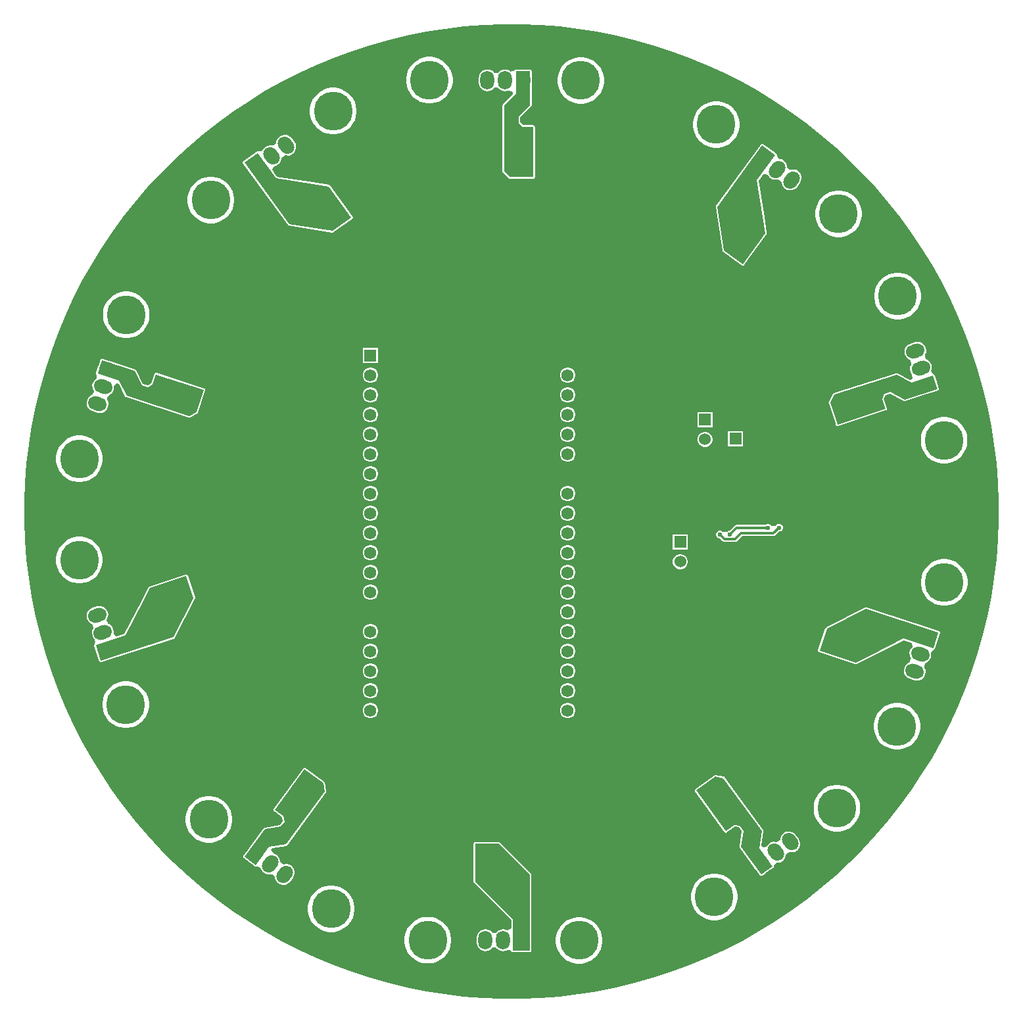
<source format=gbl>
G04*
G04 #@! TF.GenerationSoftware,Altium Limited,Altium Designer,23.3.1 (30)*
G04*
G04 Layer_Physical_Order=2*
G04 Layer_Color=16711680*
%FSAX44Y44*%
%MOMM*%
G71*
G04*
G04 #@! TF.SameCoordinates,7327C3A3-A75D-4357-90E6-FA600F46672C*
G04*
G04*
G04 #@! TF.FilePolarity,Positive*
G04*
G01*
G75*
%ADD214C,0.3000*%
%ADD215R,1.5300X1.5300*%
%ADD216C,1.5300*%
%ADD217O,1.8000X2.4000*%
G04:AMPARAMS|DCode=218|XSize=1.8mm|YSize=2.4mm|CornerRadius=0mm|HoleSize=0mm|Usage=FLASHONLY|Rotation=216.021|XOffset=0mm|YOffset=0mm|HoleType=Round|Shape=Round|*
%AMOVALD218*
21,1,0.6000,1.8000,0.0000,0.0000,306.021*
1,1,1.8000,-0.1764,0.2426*
1,1,1.8000,0.1764,-0.2426*
%
%ADD218OVALD218*%

G04:AMPARAMS|DCode=219|XSize=1.8mm|YSize=2.4mm|CornerRadius=0mm|HoleSize=0mm|Usage=FLASHONLY|Rotation=71.962|XOffset=0mm|YOffset=0mm|HoleType=Round|Shape=Round|*
%AMOVALD219*
21,1,0.6000,1.8000,0.0000,0.0000,161.962*
1,1,1.8000,0.2853,-0.0929*
1,1,1.8000,-0.2853,0.0929*
%
%ADD219OVALD219*%

G04:AMPARAMS|DCode=220|XSize=1.8mm|YSize=2.4mm|CornerRadius=0mm|HoleSize=0mm|Usage=FLASHONLY|Rotation=287.828|XOffset=0mm|YOffset=0mm|HoleType=Round|Shape=Round|*
%AMOVALD220*
21,1,0.6000,1.8000,0.0000,0.0000,17.828*
1,1,1.8000,-0.2856,-0.0919*
1,1,1.8000,0.2856,0.0919*
%
%ADD220OVALD220*%

G04:AMPARAMS|DCode=221|XSize=1.8mm|YSize=2.4mm|CornerRadius=0mm|HoleSize=0mm|Usage=FLASHONLY|Rotation=143.903|XOffset=0mm|YOffset=0mm|HoleType=Round|Shape=Round|*
%AMOVALD221*
21,1,0.6000,1.8000,0.0000,0.0000,233.903*
1,1,1.8000,0.1767,0.2424*
1,1,1.8000,-0.1767,-0.2424*
%
%ADD221OVALD221*%

G04:AMPARAMS|DCode=222|XSize=1.8mm|YSize=2.4mm|CornerRadius=0mm|HoleSize=0mm|Usage=FLASHONLY|Rotation=215.897|XOffset=0mm|YOffset=0mm|HoleType=Round|Shape=Round|*
%AMOVALD222*
21,1,0.6000,1.8000,0.0000,0.0000,305.897*
1,1,1.8000,-0.1759,0.2430*
1,1,1.8000,0.1759,-0.2430*
%
%ADD222OVALD222*%

G04:AMPARAMS|DCode=223|XSize=1.8mm|YSize=2.4mm|CornerRadius=0mm|HoleSize=0mm|Usage=FLASHONLY|Rotation=71.912|XOffset=0mm|YOffset=0mm|HoleType=Round|Shape=Round|*
%AMOVALD223*
21,1,0.6000,1.8000,0.0000,0.0000,161.912*
1,1,1.8000,0.2852,-0.0931*
1,1,1.8000,-0.2852,0.0931*
%
%ADD223OVALD223*%

G04:AMPARAMS|DCode=224|XSize=1.8mm|YSize=2.4mm|CornerRadius=0mm|HoleSize=0mm|Usage=FLASHONLY|Rotation=287.883|XOffset=0mm|YOffset=0mm|HoleType=Round|Shape=Round|*
%AMOVALD224*
21,1,0.6000,1.8000,0.0000,0.0000,17.883*
1,1,1.8000,-0.2855,-0.0921*
1,1,1.8000,0.2855,0.0921*
%
%ADD224OVALD224*%

G04:AMPARAMS|DCode=225|XSize=1.8mm|YSize=2.4mm|CornerRadius=0mm|HoleSize=0mm|Usage=FLASHONLY|Rotation=143.903|XOffset=0mm|YOffset=0mm|HoleType=Round|Shape=Round|*
%AMOVALD225*
21,1,0.6000,1.8000,0.0000,0.0000,233.903*
1,1,1.8000,0.1767,0.2424*
1,1,1.8000,-0.1767,-0.2424*
%
%ADD225OVALD225*%

%ADD226C,5.0000*%
%ADD227R,1.5600X1.5600*%
%ADD228C,1.5600*%
%ADD229C,0.6000*%
G36*
X00667009Y01256547D02*
X00691577Y01254614D01*
X00716049Y01251717D01*
X00740388Y01247862D01*
X00764558Y01243055D01*
X00788520Y01237302D01*
X00812238Y01230613D01*
X00835676Y01222997D01*
X00858795Y01214468D01*
X00881562Y01205038D01*
X00903942Y01194720D01*
X00925899Y01183533D01*
X00947400Y01171491D01*
X00968412Y01158615D01*
X00988902Y01144925D01*
X01008838Y01130440D01*
X01028191Y01115183D01*
X01046930Y01099179D01*
X01065026Y01082451D01*
X01082451Y01065026D01*
X01099179Y01046930D01*
X01115183Y01028191D01*
X01130440Y01008838D01*
X01144924Y00988902D01*
X01158616Y00968411D01*
X01171491Y00947400D01*
X01183533Y00925899D01*
X01194720Y00903942D01*
X01205038Y00881562D01*
X01214468Y00858795D01*
X01222998Y00835675D01*
X01230613Y00812238D01*
X01237302Y00788520D01*
X01243055Y00764558D01*
X01247862Y00740388D01*
X01251717Y00716048D01*
X01254614Y00691577D01*
X01256547Y00667009D01*
X01257515Y00642385D01*
Y00630064D01*
Y00617742D01*
X01256547Y00593118D01*
X01254614Y00568550D01*
X01251717Y00544078D01*
X01247862Y00519739D01*
X01243055Y00495569D01*
X01237302Y00471607D01*
X01230613Y00447889D01*
X01222997Y00424451D01*
X01214468Y00401332D01*
X01205038Y00378565D01*
X01194720Y00356185D01*
X01183533Y00334228D01*
X01171491Y00312727D01*
X01158615Y00291715D01*
X01144925Y00271225D01*
X01130440Y00251289D01*
X01115183Y00231936D01*
X01099179Y00213197D01*
X01082451Y00195101D01*
X01065026Y00177676D01*
X01046930Y00160948D01*
X01028191Y00144944D01*
X01008838Y00129687D01*
X00988902Y00115203D01*
X00968411Y00101511D01*
X00947400Y00088636D01*
X00925899Y00076594D01*
X00903942Y00065407D01*
X00881562Y00055089D01*
X00858795Y00045659D01*
X00835675Y00037129D01*
X00812238Y00029514D01*
X00788520Y00022825D01*
X00764558Y00017072D01*
X00740388Y00012265D01*
X00716048Y00008410D01*
X00691577Y00005513D01*
X00667009Y00003580D01*
X00642385Y00002612D01*
X00630064Y00002612D01*
X00617742D01*
X00593118Y00003580D01*
X00568550Y00005513D01*
X00544078Y00008410D01*
X00519739Y00012265D01*
X00495569Y00017072D01*
X00471607Y00022825D01*
X00447889Y00029514D01*
X00424451Y00037130D01*
X00401332Y00045659D01*
X00378565Y00055089D01*
X00356185Y00065407D01*
X00334228Y00076594D01*
X00312727Y00088636D01*
X00291715Y00101511D01*
X00271225Y00115202D01*
X00251289Y00129687D01*
X00231936Y00144944D01*
X00213197Y00160948D01*
X00195101Y00177676D01*
X00177676Y00195101D01*
X00160948Y00213197D01*
X00144944Y00231936D01*
X00129687Y00251289D01*
X00115203Y00271225D01*
X00101511Y00291716D01*
X00088636Y00312727D01*
X00076594Y00334228D01*
X00065407Y00356185D01*
X00055089Y00378565D01*
X00045659Y00401332D01*
X00037129Y00424452D01*
X00029514Y00447889D01*
X00022825Y00471607D01*
X00017072Y00495569D01*
X00012265Y00519739D01*
X00008410Y00544079D01*
X00005513Y00568550D01*
X00003580Y00593118D01*
X00002612Y00617742D01*
X00002612Y00630064D01*
Y00642385D01*
X00003580Y00667009D01*
X00005513Y00691577D01*
X00008410Y00716049D01*
X00012265Y00740388D01*
X00017072Y00764558D01*
X00022825Y00788520D01*
X00029514Y00812238D01*
X00037130Y00835676D01*
X00045659Y00858795D01*
X00055089Y00881562D01*
X00065407Y00903942D01*
X00076594Y00925899D01*
X00088636Y00947400D01*
X00101511Y00968412D01*
X00115202Y00988902D01*
X00129687Y01008838D01*
X00144944Y01028191D01*
X00160948Y01046930D01*
X00177676Y01065026D01*
X00195101Y01082451D01*
X00213197Y01099179D01*
X00231936Y01115183D01*
X00251289Y01130440D01*
X00271225Y01144924D01*
X00291716Y01158616D01*
X00312727Y01171491D01*
X00334228Y01183533D01*
X00356185Y01194720D01*
X00378565Y01205038D01*
X00401332Y01214468D01*
X00424452Y01222998D01*
X00447889Y01230613D01*
X00471607Y01237302D01*
X00495569Y01243055D01*
X00519739Y01247862D01*
X00544079Y01251717D01*
X00568550Y01254614D01*
X00593118Y01256547D01*
X00617742Y01257515D01*
X00642385D01*
X00667009Y01256547D01*
D02*
G37*
%LPC*%
G36*
X00644870Y01199225D02*
X00644447Y01199169D01*
X00635870D01*
X00635090Y01199014D01*
X00634428Y01198572D01*
X00634240Y01198291D01*
X00632510Y01197362D01*
X00630971Y01196858D01*
X00628831Y01196654D01*
X00627417Y01197739D01*
X00624742Y01198847D01*
X00621870Y01199225D01*
X00618998Y01198847D01*
X00616323Y01197739D01*
X00614025Y01195975D01*
X00613319Y01195056D01*
X00611868Y01194643D01*
X00608872D01*
X00607421Y01195056D01*
X00606715Y01195975D01*
X00604417Y01197739D01*
X00601741Y01198847D01*
X00598870Y01199225D01*
X00595998Y01198847D01*
X00593322Y01197739D01*
X00591025Y01195975D01*
X00589262Y01193678D01*
X00588153Y01191002D01*
X00587775Y01188130D01*
Y01182130D01*
X00588153Y01179259D01*
X00589262Y01176583D01*
X00591025Y01174285D01*
X00593322Y01172522D01*
X00595998Y01171413D01*
X00598870Y01171035D01*
X00601741Y01171413D01*
X00604417Y01172522D01*
X00606715Y01174285D01*
X00607421Y01175204D01*
X00608872Y01175618D01*
X00611868D01*
X00613319Y01175204D01*
X00614025Y01174285D01*
X00616323Y01172522D01*
X00618998Y01171413D01*
X00621870Y01171035D01*
X00624742Y01171413D01*
X00626193Y01172014D01*
X00630607Y01170755D01*
X00631855Y01169624D01*
X00631730Y01167163D01*
X00618804Y01154237D01*
X00618362Y01153576D01*
X00618207Y01152795D01*
Y01068314D01*
X00618207Y01068314D01*
X00618362Y01067533D01*
X00618804Y01066872D01*
X00618804Y01066872D01*
X00626522Y01059154D01*
X00627184Y01058712D01*
X00627964Y01058556D01*
X00657964D01*
X00658745Y01058712D01*
X00659406Y01059154D01*
X00659848Y01059815D01*
X00660004Y01060595D01*
Y01125419D01*
X00659848Y01126199D01*
X00659406Y01126861D01*
X00658745Y01127303D01*
X00657964Y01127458D01*
X00645091D01*
X00641285Y01131264D01*
X00641285Y01137574D01*
X00655312Y01151601D01*
X00655754Y01152262D01*
X00655909Y01153043D01*
X00655909Y01181707D01*
X00655965Y01182130D01*
Y01188130D01*
X00655909Y01188553D01*
X00655909Y01197130D01*
X00655909Y01197130D01*
X00655754Y01197911D01*
X00655312Y01198572D01*
X00654650Y01199014D01*
X00653870Y01199169D01*
X00653870Y01199169D01*
X00651754Y01199169D01*
X00645293D01*
X00644870Y01199225D01*
D02*
G37*
G36*
X00526532Y01215490D02*
X00521810D01*
X00517146Y01214751D01*
X00512655Y01213292D01*
X00508448Y01211148D01*
X00504627Y01208373D01*
X00501288Y01205034D01*
X00498513Y01201214D01*
X00496369Y01197006D01*
X00494910Y01192515D01*
X00494171Y01187851D01*
Y01183129D01*
X00494910Y01178465D01*
X00496369Y01173974D01*
X00498513Y01169767D01*
X00501288Y01165946D01*
X00504627Y01162607D01*
X00508448Y01159832D01*
X00512655Y01157688D01*
X00517146Y01156229D01*
X00521810Y01155490D01*
X00526532D01*
X00531196Y01156229D01*
X00535687Y01157688D01*
X00539894Y01159832D01*
X00543715Y01162607D01*
X00547054Y01165946D01*
X00549829Y01169767D01*
X00551973Y01173974D01*
X00553432Y01178465D01*
X00554171Y01183129D01*
Y01187851D01*
X00553432Y01192515D01*
X00551973Y01197006D01*
X00549829Y01201214D01*
X00547054Y01205034D01*
X00543715Y01208373D01*
X00539894Y01211148D01*
X00535687Y01213292D01*
X00531196Y01214751D01*
X00526532Y01215490D01*
D02*
G37*
G36*
X00721527Y01215064D02*
X00716805D01*
X00712141Y01214325D01*
X00707650Y01212866D01*
X00703443Y01210723D01*
X00699622Y01207947D01*
X00696283Y01204608D01*
X00693508Y01200788D01*
X00691364Y01196580D01*
X00689905Y01192089D01*
X00689166Y01187425D01*
Y01182703D01*
X00689905Y01178039D01*
X00691364Y01173548D01*
X00693508Y01169341D01*
X00696283Y01165520D01*
X00699622Y01162181D01*
X00703443Y01159406D01*
X00707650Y01157262D01*
X00712141Y01155803D01*
X00716805Y01155064D01*
X00721527D01*
X00726191Y01155803D01*
X00730682Y01157262D01*
X00734890Y01159406D01*
X00738710Y01162181D01*
X00742049Y01165520D01*
X00744825Y01169341D01*
X00746968Y01173548D01*
X00748428Y01178039D01*
X00749166Y01182703D01*
Y01187425D01*
X00748428Y01192089D01*
X00746968Y01196580D01*
X00744825Y01200788D01*
X00742049Y01204608D01*
X00738710Y01207947D01*
X00734890Y01210723D01*
X00730682Y01212866D01*
X00726191Y01214325D01*
X00721527Y01215064D01*
D02*
G37*
G36*
X00402652Y01175631D02*
X00397930D01*
X00393266Y01174892D01*
X00388775Y01173433D01*
X00384567Y01171289D01*
X00380747Y01168514D01*
X00377408Y01165175D01*
X00374632Y01161354D01*
X00372489Y01157147D01*
X00371029Y01152656D01*
X00370291Y01147992D01*
Y01143270D01*
X00371029Y01138606D01*
X00372489Y01134115D01*
X00374632Y01129908D01*
X00377408Y01126087D01*
X00380747Y01122748D01*
X00384567Y01119973D01*
X00388775Y01117829D01*
X00393266Y01116370D01*
X00397930Y01115631D01*
X00402652D01*
X00407316Y01116370D01*
X00411807Y01117829D01*
X00416014Y01119973D01*
X00419834Y01122748D01*
X00423173Y01126087D01*
X00425949Y01129908D01*
X00428093Y01134115D01*
X00429552Y01138606D01*
X00430291Y01143270D01*
Y01147992D01*
X00429552Y01152656D01*
X00428093Y01157147D01*
X00425949Y01161354D01*
X00423173Y01165175D01*
X00419834Y01168514D01*
X00416014Y01171289D01*
X00411807Y01173433D01*
X00407316Y01174892D01*
X00402652Y01175631D01*
D02*
G37*
G36*
X00952323Y01103543D02*
X00951576Y01103269D01*
X00951576Y01103269D01*
X00950991Y01102729D01*
X00950991D01*
X00949744Y01101020D01*
X00893232Y01023514D01*
X00893232Y01023514D01*
X00892898Y01022792D01*
X00892865Y01021997D01*
X00901630Y00966045D01*
X00901904Y00965298D01*
X00902443Y00964713D01*
X00902444Y00964712D01*
X00924974Y00948285D01*
X00926684Y00947038D01*
X00926684Y00947038D01*
X00927406Y00946704D01*
X00928201Y00946671D01*
X00928948Y00946945D01*
X00929533Y00947484D01*
X00929533D01*
X00930780Y00949194D01*
X00958402Y00987077D01*
X00958402Y00987077D01*
X00958736Y00987799D01*
X00958769Y00988594D01*
X00955486Y01009552D01*
X00948227Y01055891D01*
X00954658Y01064711D01*
X00960151Y01063758D01*
X00960180Y01063658D01*
X00961689Y01061186D01*
X00963787Y01059188D01*
X00966330Y01057802D01*
X00969145Y01057121D01*
X00972040Y01057192D01*
X00973152Y01057519D01*
X00974568Y01056998D01*
X00976989Y01055233D01*
X00977918Y01054044D01*
X00977946Y01052886D01*
X00978764Y01050107D01*
X00980274Y01047635D01*
X00982371Y01045638D01*
X00984914Y01044252D01*
X00987729Y01043571D01*
X00990625Y01043642D01*
X00993403Y01044460D01*
X00995875Y01045969D01*
X00997873Y01048066D01*
X01001408Y01052915D01*
X01002794Y01055458D01*
X01003475Y01058273D01*
X01003404Y01061168D01*
X01002586Y01063947D01*
X01001077Y01066419D01*
X00998979Y01068416D01*
X00996436Y01069802D01*
X00993621Y01070483D01*
X00990725Y01070412D01*
X00989614Y01070085D01*
X00988197Y01070606D01*
X00985777Y01072371D01*
X00984848Y01073560D01*
X00984819Y01074719D01*
X00984001Y01077497D01*
X00982492Y01079969D01*
X00980395Y01081966D01*
X00977852Y01083353D01*
X00975036Y01084034D01*
X00974932Y01084031D01*
X00973184Y01085935D01*
X00971977Y01088210D01*
X00971833Y01088879D01*
X00971850Y01089304D01*
X00971576Y01090051D01*
X00971037Y01090637D01*
Y01090637D01*
X00969327Y01091883D01*
X00955549Y01101929D01*
X00953840Y01103176D01*
X00953840Y01103176D01*
X00953839D01*
X00953118Y01103510D01*
X00952323Y01103543D01*
D02*
G37*
G36*
X00336890Y01115257D02*
X00334074Y01114580D01*
X00331529Y01113197D01*
X00329429Y01111202D01*
X00327917Y01108732D01*
X00327095Y01105955D01*
X00327065Y01104796D01*
X00326134Y01103608D01*
X00323711Y01101847D01*
X00322294Y01101327D01*
X00321183Y01101656D01*
X00318288Y01101731D01*
X00315472Y01101054D01*
X00312927Y01099671D01*
X00310827Y01097676D01*
X00309314Y01095206D01*
X00309285Y01095106D01*
X00306936Y01094027D01*
X00304401Y01093577D01*
X00303719Y01093645D01*
X00303320Y01093792D01*
X00302525Y01093761D01*
X00301802Y01093427D01*
X00286300Y01082156D01*
X00284588Y01080911D01*
Y01080911D01*
X00284048Y01080327D01*
X00283773Y01079580D01*
X00283805Y01078785D01*
X00284138Y01078063D01*
X00284138Y01078063D01*
X00285383Y01076351D01*
X00341791Y00998771D01*
X00342376Y00998231D01*
X00343122Y00997956D01*
X00343122D01*
X00399063Y00989117D01*
X00399063Y00989117D01*
X00399858Y00989148D01*
X00400581Y00989482D01*
X00424845Y01007124D01*
X00425385Y01007708D01*
X00425660Y01008455D01*
X00425628Y01009250D01*
X00425295Y01009973D01*
X00396479Y01049604D01*
X00395895Y01050144D01*
X00395148Y01050419D01*
X00395148D01*
X00374195Y01053729D01*
X00327865Y01061050D01*
X00321446Y01069879D01*
X00324040Y01074813D01*
X00324144Y01074811D01*
X00326960Y01075488D01*
X00329505Y01076871D01*
X00331605Y01078865D01*
X00333117Y01081335D01*
X00333939Y01084113D01*
X00333969Y01085271D01*
X00334900Y01086459D01*
X00337323Y01088221D01*
X00338740Y01088740D01*
X00339851Y01088411D01*
X00342746Y01088336D01*
X00345562Y01089014D01*
X00348107Y01090397D01*
X00350207Y01092391D01*
X00351720Y01094861D01*
X00352542Y01097639D01*
X00352616Y01100534D01*
X00351939Y01103350D01*
X00350556Y01105895D01*
X00347028Y01110748D01*
X00345033Y01112848D01*
X00342563Y01114360D01*
X00339786Y01115182D01*
X00336890Y01115257D01*
D02*
G37*
G36*
X00896008Y01158282D02*
X00891285D01*
X00886621Y01157543D01*
X00882130Y01156084D01*
X00877923Y01153940D01*
X00874103Y01151164D01*
X00870764Y01147825D01*
X00867988Y01144005D01*
X00865844Y01139798D01*
X00864385Y01135307D01*
X00863646Y01130643D01*
Y01125921D01*
X00864385Y01121257D01*
X00865844Y01116766D01*
X00867988Y01112558D01*
X00870764Y01108738D01*
X00874103Y01105399D01*
X00877923Y01102623D01*
X00882130Y01100480D01*
X00886621Y01099020D01*
X00891285Y01098282D01*
X00896008D01*
X00900671Y01099020D01*
X00905162Y01100480D01*
X00909370Y01102623D01*
X00913190Y01105399D01*
X00916529Y01108738D01*
X00919305Y01112558D01*
X00921449Y01116766D01*
X00922908Y01121257D01*
X00923646Y01125921D01*
Y01130643D01*
X00922908Y01135307D01*
X00921449Y01139798D01*
X00919305Y01144005D01*
X00916529Y01147825D01*
X00913190Y01151164D01*
X00909370Y01153940D01*
X00905162Y01156084D01*
X00900671Y01157543D01*
X00896008Y01158282D01*
D02*
G37*
G36*
X00245145Y01061171D02*
X00240422D01*
X00235759Y01060432D01*
X00231268Y01058973D01*
X00227060Y01056830D01*
X00223240Y01054054D01*
X00219901Y01050715D01*
X00217125Y01046895D01*
X00214981Y01042687D01*
X00213522Y01038196D01*
X00212784Y01033532D01*
Y01028810D01*
X00213522Y01024146D01*
X00214981Y01019655D01*
X00217125Y01015448D01*
X00219901Y01011628D01*
X00223240Y01008288D01*
X00227060Y01005513D01*
X00231268Y01003369D01*
X00235759Y01001910D01*
X00240422Y01001171D01*
X00245145D01*
X00249809Y01001910D01*
X00254300Y01003369D01*
X00258507Y01005513D01*
X00262327Y01008288D01*
X00265666Y01011628D01*
X00268442Y01015448D01*
X00270586Y01019655D01*
X00272045Y01024146D01*
X00272784Y01028810D01*
Y01033532D01*
X00272045Y01038196D01*
X00270586Y01042687D01*
X00268442Y01046895D01*
X00265666Y01050715D01*
X00262327Y01054054D01*
X00258507Y01056830D01*
X00254300Y01058973D01*
X00249809Y01060432D01*
X00245145Y01061171D01*
D02*
G37*
G36*
X01053513Y01043320D02*
X01048791D01*
X01044127Y01042581D01*
X01039636Y01041122D01*
X01035429Y01038978D01*
X01031609Y01036202D01*
X01028269Y01032863D01*
X01025494Y01029043D01*
X01023350Y01024836D01*
X01021891Y01020345D01*
X01021152Y01015681D01*
Y01010959D01*
X01021891Y01006295D01*
X01023350Y01001804D01*
X01025494Y00997596D01*
X01028269Y00993776D01*
X01031609Y00990437D01*
X01035429Y00987661D01*
X01039636Y00985518D01*
X01044127Y00984058D01*
X01048791Y00983320D01*
X01053513D01*
X01058177Y00984058D01*
X01062668Y00985518D01*
X01066876Y00987661D01*
X01070696Y00990437D01*
X01074035Y00993776D01*
X01076810Y00997596D01*
X01078954Y01001804D01*
X01080413Y01006295D01*
X01081152Y01010959D01*
Y01015681D01*
X01080413Y01020345D01*
X01078954Y01024836D01*
X01076810Y01029043D01*
X01074035Y01032863D01*
X01070696Y01036202D01*
X01066876Y01038978D01*
X01062668Y01041122D01*
X01058177Y01042581D01*
X01053513Y01043320D01*
D02*
G37*
G36*
X01129563Y00937387D02*
X01124841D01*
X01120177Y00936648D01*
X01115686Y00935189D01*
X01111479Y00933045D01*
X01107658Y00930270D01*
X01104319Y00926931D01*
X01101544Y00923110D01*
X01099400Y00918903D01*
X01097941Y00914412D01*
X01097202Y00909748D01*
Y00905026D01*
X01097941Y00900362D01*
X01099400Y00895871D01*
X01101544Y00891664D01*
X01104319Y00887843D01*
X01107658Y00884504D01*
X01111479Y00881729D01*
X01115686Y00879585D01*
X01120177Y00878126D01*
X01124841Y00877387D01*
X01129563D01*
X01134227Y00878126D01*
X01138718Y00879585D01*
X01142925Y00881729D01*
X01146746Y00884504D01*
X01150085Y00887843D01*
X01152860Y00891664D01*
X01155004Y00895871D01*
X01156463Y00900362D01*
X01157202Y00905026D01*
Y00909748D01*
X01156463Y00914412D01*
X01155004Y00918903D01*
X01152860Y00923110D01*
X01150085Y00926931D01*
X01146746Y00930270D01*
X01142925Y00933045D01*
X01138718Y00935189D01*
X01134227Y00936648D01*
X01129563Y00937387D01*
D02*
G37*
G36*
X00136187Y00913228D02*
X00131465D01*
X00126801Y00912490D01*
X00122310Y00911031D01*
X00118103Y00908887D01*
X00114283Y00906111D01*
X00110943Y00902772D01*
X00108168Y00898952D01*
X00106024Y00894744D01*
X00104565Y00890253D01*
X00103826Y00885590D01*
Y00880867D01*
X00104565Y00876203D01*
X00106024Y00871712D01*
X00108168Y00867505D01*
X00110943Y00863685D01*
X00114283Y00860346D01*
X00118103Y00857570D01*
X00122310Y00855426D01*
X00126801Y00853967D01*
X00131465Y00853228D01*
X00136187D01*
X00140851Y00853967D01*
X00145342Y00855426D01*
X00149550Y00857570D01*
X00153370Y00860346D01*
X00156709Y00863685D01*
X00159484Y00867505D01*
X00161628Y00871712D01*
X00163087Y00876203D01*
X00163826Y00880867D01*
Y00885590D01*
X00163087Y00890253D01*
X00161628Y00894744D01*
X00159484Y00898952D01*
X00156709Y00902772D01*
X00153370Y00906111D01*
X00149550Y00908887D01*
X00145342Y00911031D01*
X00140851Y00912490D01*
X00136187Y00913228D01*
D02*
G37*
G36*
X00458046Y00840819D02*
X00438446D01*
Y00821219D01*
X00458046D01*
Y00840819D01*
D02*
G37*
G36*
X01152364Y00848484D02*
X01149515Y00847962D01*
X01143804Y00846120D01*
X01141188Y00844878D01*
X01138981Y00843002D01*
X01137336Y00840618D01*
X01136364Y00837890D01*
X01136131Y00835003D01*
X01136653Y00832154D01*
X01137894Y00829538D01*
X01139771Y00827331D01*
X01142154Y00825686D01*
X01143246Y00825297D01*
X01144085Y00824042D01*
X01145005Y00821191D01*
X01145057Y00819683D01*
X01144399Y00818729D01*
X01143426Y00816001D01*
X01143193Y00813114D01*
X01143715Y00810265D01*
X01144957Y00807649D01*
X01145974Y00806452D01*
X01146132Y00801864D01*
X01145438Y00800330D01*
X01143058Y00799693D01*
X01126788Y00808025D01*
X01126787Y00808025D01*
X01126022Y00808242D01*
X01125232Y00808150D01*
X01125232Y00808150D01*
X01044832Y00782208D01*
X01044832Y00782208D01*
X01044137Y00781821D01*
X01043643Y00781197D01*
X01043643Y00781197D01*
X01038668Y00771482D01*
X01038450Y00770716D01*
X01038542Y00769926D01*
X01038542Y00769926D01*
X01047093Y00743425D01*
X01047754Y00741376D01*
Y00741376D01*
X01047754Y00741375D01*
X01048142Y00740680D01*
X01048142D01*
X01048765Y00740187D01*
X01049531Y00739969D01*
X01049531Y00739969D01*
X01050321Y00740061D01*
X01050321Y00740061D01*
X01052335Y00740711D01*
X01112013Y00759967D01*
X01112708Y00760354D01*
X01113202Y00760978D01*
X01113419Y00761743D01*
X01113327Y00762533D01*
X01109374Y00774785D01*
X01111827Y00779575D01*
X01117833Y00781513D01*
X01135489Y00772471D01*
X01136254Y00772254D01*
X01137045Y00772346D01*
X01137045Y00772346D01*
X01164324Y00781148D01*
X01164744Y00781225D01*
X01170454Y00783067D01*
X01170839Y00783250D01*
X01176952Y00785222D01*
X01179002Y00785884D01*
X01179002Y00785884D01*
X01179002Y00785884D01*
X01179697Y00786271D01*
Y00786271D01*
X01180191Y00786895D01*
X01180408Y00787660D01*
X01180408Y00787660D01*
X01180316Y00788451D01*
X01180316Y00788451D01*
X01179667Y00790464D01*
Y00790465D01*
X01179660Y00790484D01*
X01177683Y00796613D01*
X01177606Y00797033D01*
X01177423Y00797419D01*
X01174789Y00805581D01*
X01174402Y00806276D01*
X01173778Y00806770D01*
X01173453Y00806862D01*
X01172037Y00808224D01*
X01171085Y00809534D01*
X01170234Y00811508D01*
X01170832Y00813186D01*
X01171065Y00816073D01*
X01170543Y00818922D01*
X01169302Y00821538D01*
X01167425Y00823745D01*
X01165041Y00825390D01*
X01163950Y00825779D01*
X01163111Y00827034D01*
X01162191Y00829884D01*
X01162139Y00831393D01*
X01162797Y00832346D01*
X01163769Y00835075D01*
X01164002Y00837962D01*
X01163480Y00840811D01*
X01162239Y00843427D01*
X01160362Y00845633D01*
X01157979Y00847279D01*
X01155250Y00848251D01*
X01152364Y00848484D01*
D02*
G37*
G36*
X00703537Y00815419D02*
X00700956D01*
X00698464Y00814751D01*
X00696229Y00813461D01*
X00694404Y00811636D01*
X00693114Y00809402D01*
X00692446Y00806909D01*
Y00804329D01*
X00693114Y00801836D01*
X00694404Y00799602D01*
X00696229Y00797777D01*
X00698464Y00796487D01*
X00700956Y00795819D01*
X00703537D01*
X00706029Y00796487D01*
X00708264Y00797777D01*
X00710088Y00799602D01*
X00711378Y00801836D01*
X00712046Y00804329D01*
Y00806909D01*
X00711378Y00809402D01*
X00710088Y00811636D01*
X00708264Y00813461D01*
X00706029Y00814751D01*
X00703537Y00815419D01*
D02*
G37*
G36*
X00449537D02*
X00446956D01*
X00444464Y00814751D01*
X00442229Y00813461D01*
X00440404Y00811636D01*
X00439114Y00809402D01*
X00438446Y00806909D01*
Y00804329D01*
X00439114Y00801836D01*
X00440404Y00799602D01*
X00442229Y00797777D01*
X00444464Y00796487D01*
X00446956Y00795819D01*
X00449537D01*
X00452029Y00796487D01*
X00454264Y00797777D01*
X00456088Y00799602D01*
X00457378Y00801836D01*
X00458046Y00804329D01*
Y00806909D01*
X00457378Y00809402D01*
X00456088Y00811636D01*
X00454264Y00813461D01*
X00452029Y00814751D01*
X00449537Y00815419D01*
D02*
G37*
G36*
X00703537Y00790019D02*
X00700956D01*
X00698464Y00789351D01*
X00696229Y00788061D01*
X00694404Y00786236D01*
X00693114Y00784002D01*
X00692446Y00781509D01*
Y00778929D01*
X00693114Y00776436D01*
X00694404Y00774202D01*
X00696229Y00772377D01*
X00698464Y00771087D01*
X00700956Y00770419D01*
X00703537D01*
X00706029Y00771087D01*
X00708264Y00772377D01*
X00710088Y00774202D01*
X00711378Y00776436D01*
X00712046Y00778929D01*
Y00781509D01*
X00711378Y00784002D01*
X00710088Y00786236D01*
X00708264Y00788061D01*
X00706029Y00789351D01*
X00703537Y00790019D01*
D02*
G37*
G36*
X00449537D02*
X00446956D01*
X00444464Y00789351D01*
X00442229Y00788061D01*
X00440404Y00786236D01*
X00439114Y00784002D01*
X00438446Y00781509D01*
Y00778929D01*
X00439114Y00776436D01*
X00440404Y00774202D01*
X00442229Y00772377D01*
X00444464Y00771087D01*
X00446956Y00770419D01*
X00449537D01*
X00452029Y00771087D01*
X00454264Y00772377D01*
X00456088Y00774202D01*
X00457378Y00776436D01*
X00458046Y00778929D01*
Y00781509D01*
X00457378Y00784002D01*
X00456088Y00786236D01*
X00454264Y00788061D01*
X00452029Y00789351D01*
X00449537Y00790019D01*
D02*
G37*
G36*
X00102419Y00826741D02*
X00101653Y00826526D01*
X00101028Y00826034D01*
X00101028Y00826034D01*
X00100639Y00825340D01*
X00100639Y00825340D01*
X00099984Y00823328D01*
X00097983Y00817186D01*
X00097799Y00816799D01*
X00097720Y00816378D01*
X00095065Y00808224D01*
X00095065Y00808224D01*
X00095065Y00808224D01*
X00094971Y00807434D01*
X00095187Y00806668D01*
X00095395Y00806403D01*
X00095743Y00804470D01*
X00095746Y00802850D01*
X00095277Y00800752D01*
X00093808Y00799744D01*
X00091926Y00797543D01*
X00090677Y00794930D01*
X00090147Y00792082D01*
X00090373Y00789195D01*
X00091338Y00786464D01*
X00091993Y00785509D01*
X00091937Y00784000D01*
X00091009Y00781152D01*
X00090167Y00779900D01*
X00089074Y00779514D01*
X00086686Y00777875D01*
X00084804Y00775674D01*
X00083555Y00773060D01*
X00083025Y00770213D01*
X00083251Y00767325D01*
X00084216Y00764594D01*
X00085855Y00762206D01*
X00088056Y00760324D01*
X00090669Y00759075D01*
X00096374Y00757217D01*
X00099222Y00756687D01*
X00102109Y00756913D01*
X00104840Y00757878D01*
X00107228Y00759517D01*
X00109111Y00761718D01*
X00110359Y00764331D01*
X00110889Y00767179D01*
X00110664Y00770066D01*
X00109699Y00772797D01*
X00109043Y00773753D01*
X00109100Y00775261D01*
X00110027Y00778109D01*
X00110870Y00779361D01*
X00111962Y00779747D01*
X00114350Y00781386D01*
X00116233Y00783588D01*
X00117481Y00786201D01*
X00118011Y00789048D01*
X00117889Y00790615D01*
X00120453Y00794422D01*
X00121915Y00795258D01*
X00124216Y00794378D01*
X00132504Y00778084D01*
X00132997Y00777459D01*
X00133691Y00777070D01*
X00133691Y00777070D01*
X00214020Y00750911D01*
X00214020Y00750910D01*
X00214810Y00750816D01*
X00215576Y00751032D01*
X00225305Y00755981D01*
X00225930Y00756473D01*
X00226319Y00757167D01*
X00226319Y00757167D01*
X00234953Y00783680D01*
X00235609Y00785692D01*
X00235609Y00785693D01*
X00235609Y00785693D01*
X00235703Y00786483D01*
X00235487Y00787249D01*
X00234995Y00787874D01*
X00234995Y00787874D01*
X00234301Y00788263D01*
X00234301Y00788263D01*
X00232289Y00788918D01*
X00232289Y00788918D01*
X00232236Y00788936D01*
X00172664Y00808335D01*
X00171873Y00808429D01*
X00171108Y00808214D01*
X00170482Y00807722D01*
X00170093Y00807028D01*
X00166107Y00794787D01*
X00161310Y00792347D01*
X00155310Y00794301D01*
X00146316Y00811981D01*
X00146316Y00811981D01*
X00145824Y00812607D01*
X00145130Y00812996D01*
X00145130Y00812996D01*
X00117874Y00821872D01*
X00117489Y00822056D01*
X00111784Y00823913D01*
X00111364Y00823992D01*
X00103209Y00826647D01*
X00103209Y00826647D01*
X00103209Y00826647D01*
X00102419Y00826741D01*
D02*
G37*
G36*
X00703537Y00764619D02*
X00700956D01*
X00698464Y00763951D01*
X00696229Y00762661D01*
X00694404Y00760836D01*
X00693114Y00758602D01*
X00692446Y00756109D01*
Y00753529D01*
X00693114Y00751036D01*
X00694404Y00748802D01*
X00696229Y00746977D01*
X00698464Y00745687D01*
X00700956Y00745019D01*
X00703537D01*
X00706029Y00745687D01*
X00708264Y00746977D01*
X00710088Y00748802D01*
X00711378Y00751036D01*
X00712046Y00753529D01*
Y00756109D01*
X00711378Y00758602D01*
X00710088Y00760836D01*
X00708264Y00762661D01*
X00706029Y00763951D01*
X00703537Y00764619D01*
D02*
G37*
G36*
X00449537D02*
X00446956D01*
X00444464Y00763951D01*
X00442229Y00762661D01*
X00440404Y00760836D01*
X00439114Y00758602D01*
X00438446Y00756109D01*
Y00753529D01*
X00439114Y00751036D01*
X00440404Y00748802D01*
X00442229Y00746977D01*
X00444464Y00745687D01*
X00446956Y00745019D01*
X00449537D01*
X00452029Y00745687D01*
X00454264Y00746977D01*
X00456088Y00748802D01*
X00457378Y00751036D01*
X00458046Y00753529D01*
Y00756109D01*
X00457378Y00758602D01*
X00456088Y00760836D01*
X00454264Y00762661D01*
X00452029Y00763951D01*
X00449537Y00764619D01*
D02*
G37*
G36*
X00888646Y00757957D02*
X00869346D01*
Y00738657D01*
X00888646D01*
Y00757957D01*
D02*
G37*
G36*
X00703537Y00739219D02*
X00700956D01*
X00698464Y00738551D01*
X00696229Y00737261D01*
X00694404Y00735436D01*
X00693114Y00733202D01*
X00692446Y00730709D01*
Y00728129D01*
X00693114Y00725636D01*
X00694404Y00723402D01*
X00696229Y00721577D01*
X00698464Y00720287D01*
X00700956Y00719619D01*
X00703537D01*
X00706029Y00720287D01*
X00708264Y00721577D01*
X00710088Y00723402D01*
X00711378Y00725636D01*
X00712046Y00728129D01*
Y00730709D01*
X00711378Y00733202D01*
X00710088Y00735436D01*
X00708264Y00737261D01*
X00706029Y00738551D01*
X00703537Y00739219D01*
D02*
G37*
G36*
X00449537D02*
X00446956D01*
X00444464Y00738551D01*
X00442229Y00737261D01*
X00440404Y00735436D01*
X00439114Y00733202D01*
X00438446Y00730709D01*
Y00728129D01*
X00439114Y00725636D01*
X00440404Y00723402D01*
X00442229Y00721577D01*
X00444464Y00720287D01*
X00446956Y00719619D01*
X00449537D01*
X00452029Y00720287D01*
X00454264Y00721577D01*
X00456088Y00723402D01*
X00457378Y00725636D01*
X00458046Y00728129D01*
Y00730709D01*
X00457378Y00733202D01*
X00456088Y00735436D01*
X00454264Y00737261D01*
X00452029Y00738551D01*
X00449537Y00739219D01*
D02*
G37*
G36*
X00928146Y00733369D02*
X00908846D01*
Y00714069D01*
X00928146D01*
Y00733369D01*
D02*
G37*
G36*
X00880267Y00732557D02*
X00877726D01*
X00875272Y00731899D01*
X00873071Y00730629D01*
X00871274Y00728832D01*
X00870004Y00726632D01*
X00869346Y00724177D01*
Y00721637D01*
X00870004Y00719182D01*
X00871274Y00716982D01*
X00873071Y00715185D01*
X00875272Y00713915D01*
X00877726Y00713257D01*
X00880267D01*
X00882721Y00713915D01*
X00884921Y00715185D01*
X00886718Y00716982D01*
X00887989Y00719182D01*
X00888646Y00721637D01*
Y00724177D01*
X00887989Y00726632D01*
X00886718Y00728832D01*
X00884921Y00730629D01*
X00882721Y00731899D01*
X00880267Y00732557D01*
D02*
G37*
G36*
X00703537Y00713819D02*
X00700956D01*
X00698464Y00713151D01*
X00696229Y00711861D01*
X00694404Y00710036D01*
X00693114Y00707802D01*
X00692446Y00705309D01*
Y00702729D01*
X00693114Y00700236D01*
X00694404Y00698002D01*
X00696229Y00696177D01*
X00698464Y00694887D01*
X00700956Y00694219D01*
X00703537D01*
X00706029Y00694887D01*
X00708264Y00696177D01*
X00710088Y00698002D01*
X00711378Y00700236D01*
X00712046Y00702729D01*
Y00705309D01*
X00711378Y00707802D01*
X00710088Y00710036D01*
X00708264Y00711861D01*
X00706029Y00713151D01*
X00703537Y00713819D01*
D02*
G37*
G36*
X00449537D02*
X00446956D01*
X00444464Y00713151D01*
X00442229Y00711861D01*
X00440404Y00710036D01*
X00439114Y00707802D01*
X00438446Y00705309D01*
Y00702729D01*
X00439114Y00700236D01*
X00440404Y00698002D01*
X00442229Y00696177D01*
X00444464Y00694887D01*
X00446956Y00694219D01*
X00449537D01*
X00452029Y00694887D01*
X00454264Y00696177D01*
X00456088Y00698002D01*
X00457378Y00700236D01*
X00458046Y00702729D01*
Y00705309D01*
X00457378Y00707802D01*
X00456088Y00710036D01*
X00454264Y00711861D01*
X00452029Y00713151D01*
X00449537Y00713819D01*
D02*
G37*
G36*
X01189417Y00751800D02*
X01184695D01*
X01180031Y00751061D01*
X01175540Y00749602D01*
X01171333Y00747458D01*
X01167513Y00744683D01*
X01164174Y00741344D01*
X01161398Y00737524D01*
X01159254Y00733316D01*
X01157795Y00728825D01*
X01157056Y00724161D01*
Y00719439D01*
X01157795Y00714775D01*
X01159254Y00710284D01*
X01161398Y00706077D01*
X01164174Y00702256D01*
X01167513Y00698917D01*
X01171333Y00696142D01*
X01175540Y00693998D01*
X01180031Y00692539D01*
X01184695Y00691800D01*
X01189417D01*
X01194081Y00692539D01*
X01198572Y00693998D01*
X01202780Y00696142D01*
X01206600Y00698917D01*
X01209939Y00702256D01*
X01212715Y00706077D01*
X01214858Y00710284D01*
X01216318Y00714775D01*
X01217056Y00719439D01*
Y00724161D01*
X01216318Y00728825D01*
X01214858Y00733316D01*
X01212715Y00737524D01*
X01209939Y00741344D01*
X01206600Y00744683D01*
X01202780Y00747458D01*
X01198572Y00749602D01*
X01194081Y00751061D01*
X01189417Y00751800D01*
D02*
G37*
G36*
X00449537Y00688419D02*
X00446956D01*
X00444464Y00687751D01*
X00442229Y00686461D01*
X00440404Y00684636D01*
X00439114Y00682402D01*
X00438446Y00679909D01*
Y00677329D01*
X00439114Y00674836D01*
X00440404Y00672602D01*
X00442229Y00670777D01*
X00444464Y00669487D01*
X00446956Y00668819D01*
X00449537D01*
X00452029Y00669487D01*
X00454264Y00670777D01*
X00456088Y00672602D01*
X00457378Y00674836D01*
X00458046Y00677329D01*
Y00679909D01*
X00457378Y00682402D01*
X00456088Y00684636D01*
X00454264Y00686461D01*
X00452029Y00687751D01*
X00449537Y00688419D01*
D02*
G37*
G36*
X00075707Y00727905D02*
X00070985D01*
X00066321Y00727166D01*
X00061830Y00725707D01*
X00057623Y00723563D01*
X00053803Y00720787D01*
X00050464Y00717448D01*
X00047688Y00713628D01*
X00045544Y00709420D01*
X00044085Y00704930D01*
X00043346Y00700266D01*
Y00695543D01*
X00044085Y00690880D01*
X00045544Y00686388D01*
X00047688Y00682181D01*
X00050464Y00678361D01*
X00053803Y00675022D01*
X00057623Y00672246D01*
X00061830Y00670102D01*
X00066321Y00668643D01*
X00070985Y00667905D01*
X00075707D01*
X00080371Y00668643D01*
X00084862Y00670102D01*
X00089070Y00672246D01*
X00092890Y00675022D01*
X00096229Y00678361D01*
X00099005Y00682181D01*
X00101148Y00686388D01*
X00102607Y00690880D01*
X00103346Y00695543D01*
Y00700266D01*
X00102607Y00704930D01*
X00101148Y00709420D01*
X00099005Y00713628D01*
X00096229Y00717448D01*
X00092890Y00720787D01*
X00089070Y00723563D01*
X00084862Y00725707D01*
X00080371Y00727166D01*
X00075707Y00727905D01*
D02*
G37*
G36*
X00703537Y00663019D02*
X00700956D01*
X00698464Y00662351D01*
X00696229Y00661061D01*
X00694404Y00659236D01*
X00693114Y00657002D01*
X00692446Y00654509D01*
Y00651929D01*
X00693114Y00649436D01*
X00694404Y00647202D01*
X00696229Y00645377D01*
X00698464Y00644087D01*
X00700956Y00643419D01*
X00703537D01*
X00706029Y00644087D01*
X00708264Y00645377D01*
X00710088Y00647202D01*
X00711378Y00649436D01*
X00712046Y00651929D01*
Y00654509D01*
X00711378Y00657002D01*
X00710088Y00659236D01*
X00708264Y00661061D01*
X00706029Y00662351D01*
X00703537Y00663019D01*
D02*
G37*
G36*
X00449537D02*
X00446956D01*
X00444464Y00662351D01*
X00442229Y00661061D01*
X00440404Y00659236D01*
X00439114Y00657002D01*
X00438446Y00654509D01*
Y00651929D01*
X00439114Y00649436D01*
X00440404Y00647202D01*
X00442229Y00645377D01*
X00444464Y00644087D01*
X00446956Y00643419D01*
X00449537D01*
X00452029Y00644087D01*
X00454264Y00645377D01*
X00456088Y00647202D01*
X00457378Y00649436D01*
X00458046Y00651929D01*
Y00654509D01*
X00457378Y00657002D01*
X00456088Y00659236D01*
X00454264Y00661061D01*
X00452029Y00662351D01*
X00449537Y00663019D01*
D02*
G37*
G36*
X00703537Y00637619D02*
X00700956D01*
X00698464Y00636951D01*
X00696229Y00635661D01*
X00694404Y00633836D01*
X00693114Y00631602D01*
X00692446Y00629109D01*
Y00626529D01*
X00693114Y00624036D01*
X00694404Y00621802D01*
X00696229Y00619977D01*
X00698464Y00618687D01*
X00700956Y00618019D01*
X00703537D01*
X00706029Y00618687D01*
X00708264Y00619977D01*
X00710088Y00621802D01*
X00711378Y00624036D01*
X00712046Y00626529D01*
Y00629109D01*
X00711378Y00631602D01*
X00710088Y00633836D01*
X00708264Y00635661D01*
X00706029Y00636951D01*
X00703537Y00637619D01*
D02*
G37*
G36*
X00449537D02*
X00446956D01*
X00444464Y00636951D01*
X00442229Y00635661D01*
X00440404Y00633836D01*
X00439114Y00631602D01*
X00438446Y00629109D01*
Y00626529D01*
X00439114Y00624036D01*
X00440404Y00621802D01*
X00442229Y00619977D01*
X00444464Y00618687D01*
X00446956Y00618019D01*
X00449537D01*
X00452029Y00618687D01*
X00454264Y00619977D01*
X00456088Y00621802D01*
X00457378Y00624036D01*
X00458046Y00626529D01*
Y00629109D01*
X00457378Y00631602D01*
X00456088Y00633836D01*
X00454264Y00635661D01*
X00452029Y00636951D01*
X00449537Y00637619D01*
D02*
G37*
G36*
X00975241Y00614169D02*
X00973252D01*
X00971414Y00613408D01*
X00970007Y00612001D01*
X00969866Y00611659D01*
X00964636D01*
X00964624Y00611665D01*
X00964485Y00612001D01*
X00963079Y00613408D01*
X00961241Y00614169D01*
X00959252D01*
X00957414Y00613408D01*
X00956744Y00612738D01*
X00919860D01*
X00918495Y00612466D01*
X00917337Y00611692D01*
X00911064Y00605419D01*
X00910116D01*
X00908278Y00604658D01*
X00907713Y00604092D01*
X00904760Y00603602D01*
X00901808Y00604092D01*
X00901243Y00604658D01*
X00899405Y00605419D01*
X00897416D01*
X00895578Y00604658D01*
X00894172Y00603251D01*
X00893410Y00601414D01*
Y00599425D01*
X00894172Y00597587D01*
X00895578Y00596180D01*
X00897416Y00595419D01*
X00898364D01*
X00901887Y00591896D01*
X00903045Y00591122D01*
X00904410Y00590850D01*
X00917746D01*
X00919112Y00591122D01*
X00920270Y00591896D01*
X00926724Y00598350D01*
X00966996D01*
X00968362Y00598622D01*
X00969520Y00599396D01*
X00974293Y00604169D01*
X00975241D01*
X00977079Y00604930D01*
X00978485Y00606337D01*
X00979246Y00608175D01*
Y00610164D01*
X00978485Y00612001D01*
X00977079Y00613408D01*
X00975241Y00614169D01*
D02*
G37*
G36*
X00703537Y00612219D02*
X00700956D01*
X00698464Y00611551D01*
X00696229Y00610261D01*
X00694404Y00608436D01*
X00693114Y00606202D01*
X00692446Y00603709D01*
Y00601129D01*
X00693114Y00598636D01*
X00694404Y00596402D01*
X00696229Y00594577D01*
X00698464Y00593287D01*
X00700956Y00592619D01*
X00703537D01*
X00706029Y00593287D01*
X00708264Y00594577D01*
X00710088Y00596402D01*
X00711378Y00598636D01*
X00712046Y00601129D01*
Y00603709D01*
X00711378Y00606202D01*
X00710088Y00608436D01*
X00708264Y00610261D01*
X00706029Y00611551D01*
X00703537Y00612219D01*
D02*
G37*
G36*
X00449537D02*
X00446956D01*
X00444464Y00611551D01*
X00442229Y00610261D01*
X00440404Y00608436D01*
X00439114Y00606202D01*
X00438446Y00603709D01*
Y00601129D01*
X00439114Y00598636D01*
X00440404Y00596402D01*
X00442229Y00594577D01*
X00444464Y00593287D01*
X00446956Y00592619D01*
X00449537D01*
X00452029Y00593287D01*
X00454264Y00594577D01*
X00456088Y00596402D01*
X00457378Y00598636D01*
X00458046Y00601129D01*
Y00603709D01*
X00457378Y00606202D01*
X00456088Y00608436D01*
X00454264Y00610261D01*
X00452029Y00611551D01*
X00449537Y00612219D01*
D02*
G37*
G36*
X00856896Y00600269D02*
X00837596D01*
Y00580969D01*
X00856896D01*
Y00600269D01*
D02*
G37*
G36*
X00703537Y00586819D02*
X00700956D01*
X00698464Y00586151D01*
X00696229Y00584861D01*
X00694404Y00583036D01*
X00693114Y00580802D01*
X00692446Y00578309D01*
Y00575729D01*
X00693114Y00573236D01*
X00694404Y00571002D01*
X00696229Y00569177D01*
X00698464Y00567887D01*
X00700956Y00567219D01*
X00703537D01*
X00706029Y00567887D01*
X00708264Y00569177D01*
X00710088Y00571002D01*
X00711378Y00573236D01*
X00712046Y00575729D01*
Y00578309D01*
X00711378Y00580802D01*
X00710088Y00583036D01*
X00708264Y00584861D01*
X00706029Y00586151D01*
X00703537Y00586819D01*
D02*
G37*
G36*
X00449537D02*
X00446956D01*
X00444464Y00586151D01*
X00442229Y00584861D01*
X00440404Y00583036D01*
X00439114Y00580802D01*
X00438446Y00578309D01*
Y00575729D01*
X00439114Y00573236D01*
X00440404Y00571002D01*
X00442229Y00569177D01*
X00444464Y00567887D01*
X00446956Y00567219D01*
X00449537D01*
X00452029Y00567887D01*
X00454264Y00569177D01*
X00456088Y00571002D01*
X00457378Y00573236D01*
X00458046Y00575729D01*
Y00578309D01*
X00457378Y00580802D01*
X00456088Y00583036D01*
X00454264Y00584861D01*
X00452029Y00586151D01*
X00449537Y00586819D01*
D02*
G37*
G36*
X00848517Y00574869D02*
X00845976D01*
X00843521Y00574211D01*
X00841321Y00572941D01*
X00839524Y00571144D01*
X00838254Y00568944D01*
X00837596Y00566489D01*
Y00563949D01*
X00838254Y00561494D01*
X00839524Y00559294D01*
X00841321Y00557497D01*
X00843521Y00556227D01*
X00845976Y00555569D01*
X00848517D01*
X00850971Y00556227D01*
X00853171Y00557497D01*
X00854968Y00559294D01*
X00856239Y00561494D01*
X00856896Y00563949D01*
Y00566489D01*
X00856239Y00568944D01*
X00854968Y00571144D01*
X00853171Y00572941D01*
X00850971Y00574211D01*
X00848517Y00574869D01*
D02*
G37*
G36*
X00703537Y00561419D02*
X00700956D01*
X00698464Y00560751D01*
X00696229Y00559461D01*
X00694404Y00557636D01*
X00693114Y00555402D01*
X00692446Y00552909D01*
Y00550329D01*
X00693114Y00547836D01*
X00694404Y00545602D01*
X00696229Y00543777D01*
X00698464Y00542487D01*
X00700956Y00541819D01*
X00703537D01*
X00706029Y00542487D01*
X00708264Y00543777D01*
X00710088Y00545602D01*
X00711378Y00547836D01*
X00712046Y00550329D01*
Y00552909D01*
X00711378Y00555402D01*
X00710088Y00557636D01*
X00708264Y00559461D01*
X00706029Y00560751D01*
X00703537Y00561419D01*
D02*
G37*
G36*
X00449537D02*
X00446956D01*
X00444464Y00560751D01*
X00442229Y00559461D01*
X00440404Y00557636D01*
X00439114Y00555402D01*
X00438446Y00552909D01*
Y00550329D01*
X00439114Y00547836D01*
X00440404Y00545602D01*
X00442229Y00543777D01*
X00444464Y00542487D01*
X00446956Y00541819D01*
X00449537D01*
X00452029Y00542487D01*
X00454264Y00543777D01*
X00456088Y00545602D01*
X00457378Y00547836D01*
X00458046Y00550329D01*
Y00552909D01*
X00457378Y00555402D01*
X00456088Y00557636D01*
X00454264Y00559461D01*
X00452029Y00560751D01*
X00449537Y00561419D01*
D02*
G37*
G36*
X00075700Y00597501D02*
X00070978D01*
X00066314Y00596762D01*
X00061823Y00595303D01*
X00057616Y00593159D01*
X00053796Y00590383D01*
X00050457Y00587044D01*
X00047681Y00583224D01*
X00045537Y00579017D01*
X00044078Y00574526D01*
X00043339Y00569862D01*
Y00565140D01*
X00044078Y00560476D01*
X00045537Y00555985D01*
X00047681Y00551777D01*
X00050457Y00547957D01*
X00053796Y00544618D01*
X00057616Y00541842D01*
X00061823Y00539699D01*
X00066314Y00538239D01*
X00070978Y00537501D01*
X00075700D01*
X00080364Y00538239D01*
X00084855Y00539699D01*
X00089063Y00541842D01*
X00092883Y00544618D01*
X00096222Y00547957D01*
X00098998Y00551777D01*
X00101142Y00555985D01*
X00102601Y00560476D01*
X00103339Y00565140D01*
Y00569862D01*
X00102601Y00574526D01*
X00101142Y00579017D01*
X00098998Y00583224D01*
X00096222Y00587044D01*
X00092883Y00590383D01*
X00089063Y00593159D01*
X00084855Y00595303D01*
X00080364Y00596762D01*
X00075700Y00597501D01*
D02*
G37*
G36*
X00703537Y00536019D02*
X00700956D01*
X00698464Y00535351D01*
X00696229Y00534061D01*
X00694404Y00532236D01*
X00693114Y00530002D01*
X00692446Y00527509D01*
Y00524929D01*
X00693114Y00522436D01*
X00694404Y00520202D01*
X00696229Y00518377D01*
X00698464Y00517087D01*
X00700956Y00516419D01*
X00703537D01*
X00706029Y00517087D01*
X00708264Y00518377D01*
X00710088Y00520202D01*
X00711378Y00522436D01*
X00712046Y00524929D01*
Y00527509D01*
X00711378Y00530002D01*
X00710088Y00532236D01*
X00708264Y00534061D01*
X00706029Y00535351D01*
X00703537Y00536019D01*
D02*
G37*
G36*
X00449537D02*
X00446956D01*
X00444464Y00535351D01*
X00442229Y00534061D01*
X00440404Y00532236D01*
X00439114Y00530002D01*
X00438446Y00527509D01*
Y00524929D01*
X00439114Y00522436D01*
X00440404Y00520202D01*
X00442229Y00518377D01*
X00444464Y00517087D01*
X00446956Y00516419D01*
X00449537D01*
X00452029Y00517087D01*
X00454264Y00518377D01*
X00456088Y00520202D01*
X00457378Y00522436D01*
X00458046Y00524929D01*
Y00527509D01*
X00457378Y00530002D01*
X00456088Y00532236D01*
X00454264Y00534061D01*
X00452029Y00535351D01*
X00449537Y00536019D01*
D02*
G37*
G36*
X01189476Y00568740D02*
X01184753D01*
X01180089Y00568001D01*
X01175599Y00566542D01*
X01171391Y00564398D01*
X01167571Y00561623D01*
X01164232Y00558284D01*
X01161456Y00554463D01*
X01159313Y00550256D01*
X01157853Y00545765D01*
X01157115Y00541101D01*
Y00536379D01*
X01157853Y00531715D01*
X01159313Y00527224D01*
X01161456Y00523017D01*
X01164232Y00519196D01*
X01167571Y00515857D01*
X01171391Y00513082D01*
X01175599Y00510938D01*
X01180089Y00509479D01*
X01184753Y00508740D01*
X01189476D01*
X01194139Y00509479D01*
X01198631Y00510938D01*
X01202838Y00513082D01*
X01206658Y00515857D01*
X01209997Y00519196D01*
X01212773Y00523017D01*
X01214917Y00527224D01*
X01216376Y00531715D01*
X01217114Y00536379D01*
Y00541101D01*
X01216376Y00545765D01*
X01214917Y00550256D01*
X01212773Y00554463D01*
X01209997Y00558284D01*
X01206658Y00561623D01*
X01202838Y00564398D01*
X01198631Y00566542D01*
X01194139Y00568001D01*
X01189476Y00568740D01*
D02*
G37*
G36*
X00703537Y00510619D02*
X00700956D01*
X00698464Y00509951D01*
X00696229Y00508661D01*
X00694404Y00506836D01*
X00693114Y00504602D01*
X00692446Y00502109D01*
Y00499529D01*
X00693114Y00497036D01*
X00694404Y00494802D01*
X00696229Y00492977D01*
X00698464Y00491687D01*
X00700956Y00491019D01*
X00703537D01*
X00706029Y00491687D01*
X00708264Y00492977D01*
X00710088Y00494802D01*
X00711378Y00497036D01*
X00712046Y00499529D01*
Y00502109D01*
X00711378Y00504602D01*
X00710088Y00506836D01*
X00708264Y00508661D01*
X00706029Y00509951D01*
X00703537Y00510619D01*
D02*
G37*
G36*
X00211341Y00548897D02*
X00210550Y00548806D01*
X00163903Y00533805D01*
X00163903Y00533804D01*
X00163208Y00533418D01*
X00162713Y00532794D01*
X00153026Y00513922D01*
X00131607Y00472195D01*
X00121215Y00468853D01*
X00117337Y00472858D01*
X00117372Y00472956D01*
X00117608Y00475842D01*
X00117089Y00478692D01*
X00115850Y00481310D01*
X00113975Y00483518D01*
X00111593Y00485165D01*
X00110502Y00485555D01*
X00109664Y00486811D01*
X00108747Y00489662D01*
X00108696Y00491171D01*
X00109355Y00492124D01*
X00110330Y00494851D01*
X00110566Y00497738D01*
X00110047Y00500587D01*
X00108808Y00503205D01*
X00106933Y00505413D01*
X00104551Y00507061D01*
X00101824Y00508036D01*
X00098937Y00508272D01*
X00096088Y00507752D01*
X00090376Y00505915D01*
X00087758Y00504676D01*
X00085550Y00502802D01*
X00083902Y00500420D01*
X00082927Y00497693D01*
X00082691Y00494806D01*
X00083211Y00491956D01*
X00084450Y00489338D01*
X00086324Y00487131D01*
X00088706Y00485483D01*
X00089797Y00485093D01*
X00090635Y00483838D01*
X00091552Y00480986D01*
X00091603Y00479477D01*
X00090944Y00478524D01*
X00089969Y00475797D01*
X00089733Y00472910D01*
X00090253Y00470061D01*
X00091492Y00467443D01*
X00093366Y00465235D01*
X00093451Y00465176D01*
X00093743Y00462607D01*
X00093380Y00460058D01*
X00093102Y00459432D01*
X00092837Y00459099D01*
X00092619Y00458334D01*
X00092710Y00457543D01*
X00092710Y00457543D01*
X00092710Y00457543D01*
X00098567Y00439332D01*
X00099226Y00437282D01*
X00099227Y00437282D01*
X00099613Y00436586D01*
X00099613Y00436586D01*
X00100237Y00436092D01*
X00101002Y00435874D01*
X00101792Y00435965D01*
X00101792Y00435965D01*
X00103806Y00436613D01*
X00195120Y00465980D01*
X00195816Y00466366D01*
X00196310Y00466990D01*
X00222173Y00517374D01*
X00222392Y00518140D01*
X00222300Y00518930D01*
X00213116Y00547489D01*
X00212729Y00548185D01*
X00212106Y00548679D01*
X00211341Y00548897D01*
D02*
G37*
G36*
X00703537Y00485219D02*
X00700956D01*
X00698464Y00484551D01*
X00696229Y00483261D01*
X00694404Y00481436D01*
X00693114Y00479202D01*
X00692446Y00476709D01*
Y00474129D01*
X00693114Y00471636D01*
X00694404Y00469402D01*
X00696229Y00467577D01*
X00698464Y00466287D01*
X00700956Y00465619D01*
X00703537D01*
X00706029Y00466287D01*
X00708264Y00467577D01*
X00710088Y00469402D01*
X00711378Y00471636D01*
X00712046Y00474129D01*
Y00476709D01*
X00711378Y00479202D01*
X00710088Y00481436D01*
X00708264Y00483261D01*
X00706029Y00484551D01*
X00703537Y00485219D01*
D02*
G37*
G36*
X00449537D02*
X00446956D01*
X00444464Y00484551D01*
X00442229Y00483261D01*
X00440404Y00481436D01*
X00439114Y00479202D01*
X00438446Y00476709D01*
Y00474129D01*
X00439114Y00471636D01*
X00440404Y00469402D01*
X00442229Y00467577D01*
X00444464Y00466287D01*
X00446956Y00465619D01*
X00449537D01*
X00452029Y00466287D01*
X00454264Y00467577D01*
X00456088Y00469402D01*
X00457378Y00471636D01*
X00458046Y00474129D01*
Y00476709D01*
X00457378Y00479202D01*
X00456088Y00481436D01*
X00454264Y00483261D01*
X00452029Y00484551D01*
X00449537Y00485219D01*
D02*
G37*
G36*
X00703537Y00459819D02*
X00700956D01*
X00698464Y00459151D01*
X00696229Y00457861D01*
X00694404Y00456036D01*
X00693114Y00453802D01*
X00692446Y00451309D01*
Y00448729D01*
X00693114Y00446236D01*
X00694404Y00444002D01*
X00696229Y00442177D01*
X00698464Y00440887D01*
X00700956Y00440219D01*
X00703537D01*
X00706029Y00440887D01*
X00708264Y00442177D01*
X00710088Y00444002D01*
X00711378Y00446236D01*
X00712046Y00448729D01*
Y00451309D01*
X00711378Y00453802D01*
X00710088Y00456036D01*
X00708264Y00457861D01*
X00706029Y00459151D01*
X00703537Y00459819D01*
D02*
G37*
G36*
X00449537D02*
X00446956D01*
X00444464Y00459151D01*
X00442229Y00457861D01*
X00440404Y00456036D01*
X00439114Y00453802D01*
X00438446Y00451309D01*
Y00448729D01*
X00439114Y00446236D01*
X00440404Y00444002D01*
X00442229Y00442177D01*
X00444464Y00440887D01*
X00446956Y00440219D01*
X00449537D01*
X00452029Y00440887D01*
X00454264Y00442177D01*
X00456088Y00444002D01*
X00457378Y00446236D01*
X00458046Y00448729D01*
Y00451309D01*
X00457378Y00453802D01*
X00456088Y00456036D01*
X00454264Y00457861D01*
X00452029Y00459151D01*
X00449537Y00459819D01*
D02*
G37*
G36*
X00703537Y00434419D02*
X00700956D01*
X00698464Y00433751D01*
X00696229Y00432461D01*
X00694404Y00430636D01*
X00693114Y00428402D01*
X00692446Y00425909D01*
Y00423329D01*
X00693114Y00420836D01*
X00694404Y00418602D01*
X00696229Y00416777D01*
X00698464Y00415487D01*
X00700956Y00414819D01*
X00703537D01*
X00706029Y00415487D01*
X00708264Y00416777D01*
X00710088Y00418602D01*
X00711378Y00420836D01*
X00712046Y00423329D01*
Y00425909D01*
X00711378Y00428402D01*
X00710088Y00430636D01*
X00708264Y00432461D01*
X00706029Y00433751D01*
X00703537Y00434419D01*
D02*
G37*
G36*
X00449537D02*
X00446956D01*
X00444464Y00433751D01*
X00442229Y00432461D01*
X00440404Y00430636D01*
X00439114Y00428402D01*
X00438446Y00425909D01*
Y00423329D01*
X00439114Y00420836D01*
X00440404Y00418602D01*
X00442229Y00416777D01*
X00444464Y00415487D01*
X00446956Y00414819D01*
X00449537D01*
X00452029Y00415487D01*
X00454264Y00416777D01*
X00456088Y00418602D01*
X00457378Y00420836D01*
X00458046Y00423329D01*
Y00425909D01*
X00457378Y00428402D01*
X00456088Y00430636D01*
X00454264Y00432461D01*
X00452029Y00433751D01*
X00449537Y00434419D01*
D02*
G37*
G36*
X01086476Y00506618D02*
X01085710Y00506404D01*
X01085710Y00506404D01*
X01035209Y00480769D01*
X01034583Y00480278D01*
X01034193Y00479584D01*
X01024879Y00451067D01*
X01024784Y00450277D01*
X01024999Y00449511D01*
X01025490Y00448885D01*
X01026184Y00448495D01*
X01072763Y00433282D01*
X01072763Y00433282D01*
X01073553Y00433187D01*
X01074319Y00433402D01*
X01074319Y00433402D01*
X01093235Y00443003D01*
X01093235Y00443004D01*
X01135059Y00464233D01*
X01145435Y00460844D01*
X01146227Y00455326D01*
X01146141Y00455267D01*
X01144257Y00453067D01*
X01143006Y00450455D01*
X01142474Y00447608D01*
X01142696Y00444720D01*
X01143659Y00441989D01*
X01144314Y00441033D01*
X01144256Y00439524D01*
X01143326Y00436677D01*
X01142482Y00435425D01*
X01141390Y00435040D01*
X01139000Y00433404D01*
X01137116Y00431204D01*
X01135865Y00428592D01*
X01135333Y00425745D01*
X01135555Y00422857D01*
X01136518Y00420125D01*
X01138155Y00417736D01*
X01140355Y00415851D01*
X01142967Y00414600D01*
X01148670Y00412738D01*
X01151517Y00412205D01*
X01154405Y00412428D01*
X01157137Y00413391D01*
X01159526Y00415028D01*
X01161411Y00417227D01*
X01162662Y00419840D01*
X01163194Y00422687D01*
X01162971Y00425574D01*
X01162008Y00428306D01*
X01161354Y00429262D01*
X01161411Y00430770D01*
X01162341Y00433618D01*
X01163185Y00434869D01*
X01164278Y00435254D01*
X01166667Y00436891D01*
X01168552Y00439091D01*
X01169802Y00441703D01*
X01170335Y00444550D01*
X01170112Y00447438D01*
X01170077Y00447536D01*
X01171348Y00449787D01*
X01173137Y00451638D01*
X01173729Y00451982D01*
X01174139Y00452097D01*
X01174765Y00452589D01*
X01175155Y00453283D01*
X01181106Y00471503D01*
X01181763Y00473514D01*
X01181763Y00473514D01*
X01181858Y00474304D01*
X01181643Y00475070D01*
X01181151Y00475696D01*
X01180458Y00476086D01*
X01180458Y00476086D01*
X01178446Y00476743D01*
X01087266Y00506524D01*
X01087266Y00506524D01*
X01086476Y00506618D01*
D02*
G37*
G36*
X00703537Y00409019D02*
X00700956D01*
X00698464Y00408351D01*
X00696229Y00407061D01*
X00694404Y00405236D01*
X00693114Y00403002D01*
X00692446Y00400509D01*
Y00397929D01*
X00693114Y00395436D01*
X00694404Y00393202D01*
X00696229Y00391377D01*
X00698464Y00390087D01*
X00700956Y00389419D01*
X00703537D01*
X00706029Y00390087D01*
X00708264Y00391377D01*
X00710088Y00393202D01*
X00711378Y00395436D01*
X00712046Y00397929D01*
Y00400509D01*
X00711378Y00403002D01*
X00710088Y00405236D01*
X00708264Y00407061D01*
X00706029Y00408351D01*
X00703537Y00409019D01*
D02*
G37*
G36*
X00449537D02*
X00446956D01*
X00444464Y00408351D01*
X00442229Y00407061D01*
X00440404Y00405236D01*
X00439114Y00403002D01*
X00438446Y00400509D01*
Y00397929D01*
X00439114Y00395436D01*
X00440404Y00393202D01*
X00442229Y00391377D01*
X00444464Y00390087D01*
X00446956Y00389419D01*
X00449537D01*
X00452029Y00390087D01*
X00454264Y00391377D01*
X00456088Y00393202D01*
X00457378Y00395436D01*
X00458046Y00397929D01*
Y00400509D01*
X00457378Y00403002D01*
X00456088Y00405236D01*
X00454264Y00407061D01*
X00452029Y00408351D01*
X00449537Y00409019D01*
D02*
G37*
G36*
X00703537Y00383619D02*
X00700956D01*
X00698464Y00382951D01*
X00696229Y00381661D01*
X00694404Y00379836D01*
X00693114Y00377602D01*
X00692446Y00375109D01*
Y00372529D01*
X00693114Y00370036D01*
X00694404Y00367802D01*
X00696229Y00365977D01*
X00698464Y00364687D01*
X00700956Y00364019D01*
X00703537D01*
X00706029Y00364687D01*
X00708264Y00365977D01*
X00710088Y00367802D01*
X00711378Y00370036D01*
X00712046Y00372529D01*
Y00375109D01*
X00711378Y00377602D01*
X00710088Y00379836D01*
X00708264Y00381661D01*
X00706029Y00382951D01*
X00703537Y00383619D01*
D02*
G37*
G36*
X00449537D02*
X00446956D01*
X00444464Y00382951D01*
X00442229Y00381661D01*
X00440404Y00379836D01*
X00439114Y00377602D01*
X00438446Y00375109D01*
Y00372529D01*
X00439114Y00370036D01*
X00440404Y00367802D01*
X00442229Y00365977D01*
X00444464Y00364687D01*
X00446956Y00364019D01*
X00449537D01*
X00452029Y00364687D01*
X00454264Y00365977D01*
X00456088Y00367802D01*
X00457378Y00370036D01*
X00458046Y00372529D01*
Y00375109D01*
X00457378Y00377602D01*
X00456088Y00379836D01*
X00454264Y00381661D01*
X00452029Y00382951D01*
X00449537Y00383619D01*
D02*
G37*
G36*
X00135554Y00411302D02*
X00130831D01*
X00126168Y00410563D01*
X00121677Y00409104D01*
X00117469Y00406960D01*
X00113649Y00404185D01*
X00110310Y00400846D01*
X00107534Y00397025D01*
X00105391Y00392818D01*
X00103931Y00388327D01*
X00103193Y00383663D01*
Y00378941D01*
X00103931Y00374277D01*
X00105391Y00369786D01*
X00107534Y00365579D01*
X00110310Y00361758D01*
X00113649Y00358419D01*
X00117469Y00355644D01*
X00121677Y00353500D01*
X00126168Y00352041D01*
X00130831Y00351302D01*
X00135554D01*
X00140218Y00352041D01*
X00144709Y00353500D01*
X00148916Y00355644D01*
X00152736Y00358419D01*
X00156075Y00361758D01*
X00158851Y00365579D01*
X00160995Y00369786D01*
X00162454Y00374277D01*
X00163193Y00378941D01*
Y00383663D01*
X00162454Y00388327D01*
X00160995Y00392818D01*
X00158851Y00397025D01*
X00156075Y00400846D01*
X00152736Y00404185D01*
X00148916Y00406960D01*
X00144709Y00409104D01*
X00140218Y00410563D01*
X00135554Y00411302D01*
D02*
G37*
G36*
X01128817Y00383416D02*
X01124094D01*
X01119430Y00382678D01*
X01114939Y00381218D01*
X01110732Y00379075D01*
X01106912Y00376299D01*
X01103573Y00372960D01*
X01100797Y00369140D01*
X01098653Y00364932D01*
X01097194Y00360441D01*
X01096455Y00355778D01*
Y00351055D01*
X01097194Y00346391D01*
X01098653Y00341900D01*
X01100797Y00337693D01*
X01103573Y00333873D01*
X01106912Y00330534D01*
X01110732Y00327758D01*
X01114939Y00325614D01*
X01119430Y00324155D01*
X01124094Y00323416D01*
X01128817D01*
X01133480Y00324155D01*
X01137971Y00325614D01*
X01142179Y00327758D01*
X01145999Y00330534D01*
X01149338Y00333873D01*
X01152114Y00337693D01*
X01154258Y00341900D01*
X01155717Y00346391D01*
X01156455Y00351055D01*
Y00355778D01*
X01155717Y00360441D01*
X01154258Y00364932D01*
X01152114Y00369140D01*
X01149338Y00372960D01*
X01145999Y00376299D01*
X01142179Y00379075D01*
X01137971Y00381218D01*
X01133480Y00382678D01*
X01128817Y00383416D01*
D02*
G37*
G36*
X01051432Y00277924D02*
X01046710D01*
X01042046Y00277185D01*
X01037555Y00275726D01*
X01033347Y00273582D01*
X01029527Y00270807D01*
X01026188Y00267468D01*
X01023412Y00263648D01*
X01021268Y00259440D01*
X01019809Y00254949D01*
X01019071Y00250285D01*
Y00245563D01*
X01019809Y00240899D01*
X01021268Y00236408D01*
X01023412Y00232201D01*
X01026188Y00228381D01*
X01029527Y00225042D01*
X01033347Y00222266D01*
X01037555Y00220122D01*
X01042046Y00218663D01*
X01046710Y00217924D01*
X01051432D01*
X01056096Y00218663D01*
X01060587Y00220122D01*
X01064794Y00222266D01*
X01068614Y00225042D01*
X01071953Y00228381D01*
X01074729Y00232201D01*
X01076873Y00236408D01*
X01078332Y00240899D01*
X01079071Y00245563D01*
Y00250285D01*
X01078332Y00254949D01*
X01076873Y00259440D01*
X01074729Y00263648D01*
X01071953Y00267468D01*
X01068614Y00270807D01*
X01064794Y00273582D01*
X01060587Y00275726D01*
X01056096Y00277185D01*
X01051432Y00277924D01*
D02*
G37*
G36*
X00242607Y00263419D02*
X00237885D01*
X00233221Y00262680D01*
X00228730Y00261221D01*
X00224523Y00259077D01*
X00220703Y00256302D01*
X00217364Y00252963D01*
X00214588Y00249142D01*
X00212444Y00244935D01*
X00210985Y00240444D01*
X00210246Y00235780D01*
Y00231058D01*
X00210985Y00226394D01*
X00212444Y00221903D01*
X00214588Y00217696D01*
X00217364Y00213875D01*
X00220703Y00210536D01*
X00224523Y00207761D01*
X00228730Y00205617D01*
X00233221Y00204158D01*
X00237885Y00203419D01*
X00242607D01*
X00247271Y00204158D01*
X00251762Y00205617D01*
X00255970Y00207761D01*
X00259790Y00210536D01*
X00263129Y00213875D01*
X00265905Y00217696D01*
X00268048Y00221903D01*
X00269508Y00226394D01*
X00270246Y00231058D01*
Y00235780D01*
X00269508Y00240444D01*
X00268048Y00244935D01*
X00265905Y00249142D01*
X00263129Y00252963D01*
X00259790Y00256302D01*
X00255970Y00259077D01*
X00251762Y00261221D01*
X00247271Y00262680D01*
X00242607Y00263419D01*
D02*
G37*
G36*
X00892514Y00290347D02*
X00891719Y00290317D01*
X00890996Y00289985D01*
X00890996Y00289985D01*
X00866693Y00272395D01*
X00866152Y00271812D01*
X00865876Y00271066D01*
X00865905Y00270271D01*
X00866237Y00269548D01*
X00904245Y00217036D01*
X00904828Y00216495D01*
X00905574Y00216218D01*
X00906370Y00216248D01*
X00907093Y00216580D01*
X00917521Y00224128D01*
X00922835Y00223277D01*
X00926535Y00218164D01*
X00923397Y00198578D01*
X00923397Y00198578D01*
X00923427Y00197783D01*
X00923759Y00197060D01*
X00923759Y00197059D01*
X00940565Y00173839D01*
X00940768Y00173464D01*
X00944286Y00168603D01*
X00944580Y00168293D01*
X00948367Y00163060D01*
X00949608Y00161346D01*
X00949608Y00161346D01*
X00949608Y00161345D01*
X00950192Y00160805D01*
X00950938Y00160528D01*
X00951732Y00160557D01*
X00951733Y00160557D01*
X00952456Y00160889D01*
X00952456Y00160889D01*
X00954170Y00162130D01*
X00959402Y00165917D01*
X00959779Y00166121D01*
X00960090Y00166415D01*
X00967037Y00171443D01*
X00967578Y00172027D01*
X00967855Y00172773D01*
X00967842Y00173110D01*
X00968700Y00174878D01*
X00969651Y00176189D01*
X00971265Y00177608D01*
X00973046Y00177558D01*
X00975863Y00178229D01*
X00978411Y00179607D01*
X00980515Y00181597D01*
X00982033Y00184063D01*
X00982861Y00186839D01*
X00982893Y00187997D01*
X00983827Y00189183D01*
X00986253Y00190940D01*
X00987672Y00191456D01*
X00988782Y00191125D01*
X00991677Y00191044D01*
X00994495Y00191715D01*
X00997043Y00193092D01*
X00999147Y00195082D01*
X01000665Y00197549D01*
X01001492Y00200325D01*
X01001573Y00203220D01*
X01000902Y00206038D01*
X00999525Y00208585D01*
X00996007Y00213446D01*
X00994017Y00215550D01*
X00991550Y00217068D01*
X00988774Y00217896D01*
X00985879Y00217977D01*
X00983062Y00217306D01*
X00980514Y00215928D01*
X00978409Y00213938D01*
X00976892Y00211471D01*
X00976064Y00208696D01*
X00976032Y00207538D01*
X00975098Y00206352D01*
X00972672Y00204595D01*
X00971253Y00204079D01*
X00970143Y00204410D01*
X00967248Y00204491D01*
X00964430Y00203820D01*
X00961882Y00202442D01*
X00959778Y00200452D01*
X00958955Y00199115D01*
X00954640Y00197546D01*
X00952967Y00197731D01*
X00951625Y00199798D01*
X00954517Y00217847D01*
X00954517Y00217847D01*
X00954487Y00218643D01*
X00954155Y00219366D01*
X00954155Y00219366D01*
X00904621Y00287802D01*
X00904621Y00287802D01*
X00904037Y00288343D01*
X00903291Y00288620D01*
X00892514Y00290347D01*
D02*
G37*
G36*
X00363215Y00300081D02*
X00362468Y00299807D01*
X00361883Y00299268D01*
X00361883D01*
X00360637Y00297558D01*
X00324939Y00248599D01*
X00323692Y00246889D01*
X00323692Y00246889D01*
X00323358Y00246167D01*
X00323325Y00245372D01*
X00323600Y00244625D01*
X00324138Y00244040D01*
Y00244040D01*
X00325849Y00242793D01*
X00334541Y00236455D01*
X00335373Y00231138D01*
X00331656Y00226039D01*
X00312058Y00222969D01*
X00311311Y00222695D01*
X00310726Y00222156D01*
X00310726Y00222156D01*
X00293838Y00198995D01*
X00293544Y00198685D01*
X00290009Y00193837D01*
X00289805Y00193463D01*
X00284752Y00186532D01*
X00284417Y00185811D01*
X00284385Y00185016D01*
X00284659Y00184269D01*
X00285198Y00183683D01*
X00292127Y00178632D01*
X00292437Y00178336D01*
X00292814Y00178130D01*
X00298033Y00174325D01*
X00299743Y00173079D01*
X00299743D01*
X00300464Y00172744D01*
X00301259Y00172712D01*
X00301576Y00172828D01*
X00303942Y00172501D01*
X00304661Y00172298D01*
X00306912Y00170964D01*
X00307415Y00169255D01*
X00308924Y00166783D01*
X00311022Y00164785D01*
X00313565Y00163399D01*
X00316380Y00162718D01*
X00319276Y00162789D01*
X00320387Y00163116D01*
X00321804Y00162595D01*
X00324224Y00160830D01*
X00325154Y00159641D01*
X00325182Y00158483D01*
X00326000Y00155704D01*
X00327509Y00153232D01*
X00329607Y00151235D01*
X00332150Y00149849D01*
X00334965Y00149168D01*
X00337860Y00149239D01*
X00340639Y00150056D01*
X00343111Y00151566D01*
X00345108Y00153663D01*
X00348643Y00158511D01*
X00350029Y00161054D01*
X00350710Y00163870D01*
X00350639Y00166765D01*
X00349821Y00169544D01*
X00348312Y00172016D01*
X00346214Y00174013D01*
X00343671Y00175399D01*
X00340856Y00176080D01*
X00337961Y00176009D01*
X00336849Y00175682D01*
X00335433Y00176203D01*
X00333012Y00177968D01*
X00332083Y00179157D01*
X00332055Y00180316D01*
X00331237Y00183094D01*
X00329728Y00185566D01*
X00327630Y00187563D01*
X00325087Y00188950D01*
X00323560Y00189319D01*
X00320735Y00192937D01*
X00320393Y00194586D01*
X00321944Y00196501D01*
X00340004Y00199330D01*
X00340751Y00199604D01*
X00341336Y00200144D01*
X00341336Y00200144D01*
X00391109Y00268407D01*
X00391109Y00268407D01*
X00391443Y00269129D01*
X00391475Y00269924D01*
X00389786Y00280707D01*
X00389512Y00281454D01*
X00388973Y00282039D01*
X00388973Y00282039D01*
X00366442Y00298467D01*
X00364733Y00299714D01*
X00364732Y00299714D01*
X00364010Y00300048D01*
X00363215Y00300081D01*
D02*
G37*
G36*
X00893429Y00163651D02*
X00888707D01*
X00884043Y00162913D01*
X00879552Y00161453D01*
X00875344Y00159310D01*
X00871524Y00156534D01*
X00868185Y00153195D01*
X00865409Y00149375D01*
X00863266Y00145167D01*
X00861806Y00140676D01*
X00861068Y00136012D01*
Y00131290D01*
X00861806Y00126626D01*
X00863266Y00122135D01*
X00865409Y00117928D01*
X00868185Y00114108D01*
X00871524Y00110768D01*
X00875344Y00107993D01*
X00879552Y00105849D01*
X00884043Y00104390D01*
X00888707Y00103651D01*
X00893429D01*
X00898093Y00104390D01*
X00902584Y00105849D01*
X00906791Y00107993D01*
X00910611Y00110768D01*
X00913950Y00114108D01*
X00916726Y00117928D01*
X00918870Y00122135D01*
X00920329Y00126626D01*
X00921068Y00131290D01*
Y00136012D01*
X00920329Y00140676D01*
X00918870Y00145167D01*
X00916726Y00149375D01*
X00913950Y00153195D01*
X00910611Y00156534D01*
X00906791Y00159310D01*
X00902584Y00161453D01*
X00898093Y00162913D01*
X00893429Y00163651D01*
D02*
G37*
G36*
X00613246Y00204458D02*
X00583246D01*
X00582466Y00204303D01*
X00581804Y00203861D01*
X00581362Y00203199D01*
X00581207Y00202419D01*
Y00153419D01*
X00581207Y00153419D01*
X00581362Y00152639D01*
X00581804Y00151977D01*
X00581804Y00151977D01*
X00596804Y00136977D01*
X00596804Y00136977D01*
X00629971Y00103811D01*
Y00092895D01*
X00624971Y00090430D01*
X00624888Y00090493D01*
X00622212Y00091601D01*
X00619341Y00091979D01*
X00616469Y00091601D01*
X00613793Y00090493D01*
X00611495Y00088730D01*
X00610790Y00087810D01*
X00609338Y00087397D01*
X00606343D01*
X00604891Y00087810D01*
X00604186Y00088730D01*
X00601888Y00090493D01*
X00599212Y00091601D01*
X00596341Y00091979D01*
X00593469Y00091601D01*
X00590793Y00090493D01*
X00588495Y00088730D01*
X00586732Y00086432D01*
X00585624Y00083756D01*
X00585246Y00080885D01*
Y00074884D01*
X00585624Y00072013D01*
X00586732Y00069337D01*
X00588495Y00067039D01*
X00590793Y00065276D01*
X00593469Y00064168D01*
X00596341Y00063790D01*
X00599212Y00064168D01*
X00601888Y00065276D01*
X00604186Y00067039D01*
X00604891Y00067958D01*
X00606343Y00068372D01*
X00609338D01*
X00610790Y00067958D01*
X00611495Y00067039D01*
X00613793Y00065276D01*
X00616469Y00064168D01*
X00619341Y00063790D01*
X00622212Y00064168D01*
X00624888Y00065276D01*
X00624971Y00065339D01*
X00627505Y00064831D01*
X00629821Y00063704D01*
X00630331Y00063248D01*
X00630568Y00062894D01*
X00631229Y00062452D01*
X00632010Y00062297D01*
X00651177D01*
X00653293Y00062297D01*
X00653293Y00062297D01*
X00654074Y00062452D01*
X00654735Y00062894D01*
X00655177Y00063556D01*
X00655332Y00064336D01*
X00655332Y00064336D01*
X00655332Y00066452D01*
X00655332Y00162372D01*
X00655177Y00163152D01*
X00654735Y00163814D01*
X00614688Y00203861D01*
X00614027Y00204303D01*
X00613246Y00204458D01*
D02*
G37*
G36*
X00400113Y00148457D02*
X00395391D01*
X00390727Y00147718D01*
X00386236Y00146259D01*
X00382029Y00144115D01*
X00378208Y00141340D01*
X00374869Y00138001D01*
X00372094Y00134180D01*
X00369950Y00129973D01*
X00368491Y00125482D01*
X00367752Y00120818D01*
Y00116096D01*
X00368491Y00111432D01*
X00369950Y00106941D01*
X00372094Y00102733D01*
X00374869Y00098913D01*
X00378208Y00095574D01*
X00382029Y00092799D01*
X00386236Y00090655D01*
X00390727Y00089196D01*
X00395391Y00088457D01*
X00400113D01*
X00404777Y00089196D01*
X00409268Y00090655D01*
X00413475Y00092799D01*
X00417296Y00095574D01*
X00420635Y00098913D01*
X00423410Y00102733D01*
X00425554Y00106941D01*
X00427013Y00111432D01*
X00427752Y00116096D01*
Y00120818D01*
X00427013Y00125482D01*
X00425554Y00129973D01*
X00423410Y00134180D01*
X00420635Y00138001D01*
X00417296Y00141340D01*
X00413475Y00144115D01*
X00409268Y00146259D01*
X00404777Y00147718D01*
X00400113Y00148457D01*
D02*
G37*
G36*
X00524495Y00107885D02*
X00519773D01*
X00515109Y00107146D01*
X00510618Y00105687D01*
X00506410Y00103543D01*
X00502590Y00100768D01*
X00499251Y00097429D01*
X00496476Y00093609D01*
X00494332Y00089401D01*
X00492873Y00084910D01*
X00492134Y00080246D01*
Y00075524D01*
X00492873Y00070860D01*
X00494332Y00066369D01*
X00496476Y00062162D01*
X00499251Y00058341D01*
X00502590Y00055002D01*
X00506410Y00052227D01*
X00510618Y00050083D01*
X00515109Y00048624D01*
X00519773Y00047885D01*
X00524495D01*
X00529159Y00048624D01*
X00533650Y00050083D01*
X00537857Y00052227D01*
X00541678Y00055002D01*
X00545017Y00058341D01*
X00547792Y00062162D01*
X00549936Y00066369D01*
X00551395Y00070860D01*
X00552134Y00075524D01*
Y00080246D01*
X00551395Y00084910D01*
X00549936Y00089401D01*
X00547792Y00093609D01*
X00545017Y00097429D01*
X00541678Y00100768D01*
X00537857Y00103543D01*
X00533650Y00105687D01*
X00529159Y00107146D01*
X00524495Y00107885D01*
D02*
G37*
G36*
X00719401Y00107524D02*
X00714678D01*
X00710015Y00106786D01*
X00705524Y00105327D01*
X00701316Y00103183D01*
X00697496Y00100407D01*
X00694157Y00097068D01*
X00691381Y00093248D01*
X00689238Y00089041D01*
X00687778Y00084550D01*
X00687040Y00079886D01*
Y00075163D01*
X00687778Y00070500D01*
X00689238Y00066009D01*
X00691381Y00061801D01*
X00694157Y00057981D01*
X00697496Y00054642D01*
X00701316Y00051866D01*
X00705524Y00049722D01*
X00710015Y00048263D01*
X00714678Y00047525D01*
X00719401D01*
X00724065Y00048263D01*
X00728556Y00049722D01*
X00732763Y00051866D01*
X00736583Y00054642D01*
X00739922Y00057981D01*
X00742698Y00061801D01*
X00744842Y00066009D01*
X00746301Y00070500D01*
X00747040Y00075163D01*
Y00079886D01*
X00746301Y00084550D01*
X00744842Y00089041D01*
X00742698Y00093248D01*
X00739922Y00097068D01*
X00736583Y00100407D01*
X00732763Y00103183D01*
X00728556Y00105327D01*
X00724065Y00106786D01*
X00719401Y00107524D01*
D02*
G37*
%LPD*%
G36*
X00653870Y01153043D02*
X00639246Y01138419D01*
X00639246Y01130419D01*
X00644246Y01125419D01*
X00657964D01*
Y01060595D01*
X00627964D01*
X00620246Y01068314D01*
Y01152795D01*
X00635870Y01168419D01*
X00635870Y01197130D01*
X00653870D01*
X00653870Y01153043D01*
D02*
G37*
G36*
X00969836Y01088989D02*
X00946081Y01056410D01*
X00953471Y01009236D01*
X00956754Y00988279D01*
X00927886Y00948686D01*
X00903645Y00966360D01*
X00894880Y01022313D01*
X00952638Y01101528D01*
X00969836Y01088989D01*
D02*
G37*
G36*
X00326713Y01059168D02*
X00373876Y01051715D01*
X00394830Y01048405D01*
X00423646Y01008773D01*
X00399382Y00991131D01*
X00343441Y00999970D01*
X00285788Y01079262D01*
X00303002Y01091778D01*
X00326713Y01059168D01*
D02*
G37*
G36*
X01145525Y00796139D02*
X01172848Y00804955D01*
X01178376Y00787824D01*
X01136418Y00774286D01*
X01118011Y00783713D01*
X01110397Y00781256D01*
X01107174Y00774963D01*
X01111387Y00761907D01*
X01049695Y00742002D01*
X01040483Y00770552D01*
X01045458Y00780267D01*
X01125858Y00806210D01*
X01145525Y00796139D01*
D02*
G37*
G36*
X00144498Y00811057D02*
X00153875Y00792624D01*
X00161482Y00790146D01*
X00167784Y00793353D01*
X00172032Y00806396D01*
X00233670Y00786324D01*
X00224380Y00757798D01*
X00214652Y00752850D01*
X00134322Y00779009D01*
X00124304Y00798703D01*
X00097004Y00807593D01*
X00102578Y00824708D01*
X00144498Y00811057D01*
D02*
G37*
G36*
X00220359Y00518306D02*
X00194496Y00467921D01*
X00101168Y00437906D01*
X00094652Y00458167D01*
X00133035Y00470512D01*
X00154840Y00512991D01*
X00164527Y00531863D01*
X00211174Y00546865D01*
X00220359Y00518306D01*
D02*
G37*
G36*
X01179824Y00474147D02*
X01173216Y00453916D01*
X01134889Y00466434D01*
X01092312Y00444822D01*
X01073396Y00435220D01*
X01026817Y00450434D01*
X01036132Y00478951D01*
X01086633Y00504585D01*
X01179824Y00474147D01*
D02*
G37*
G36*
X00902969Y00286607D02*
X00952503Y00218170D01*
X00949007Y00196353D01*
X00965842Y00173095D01*
X00951260Y00162541D01*
X00925410Y00198255D01*
X00928682Y00218676D01*
X00923992Y00225156D01*
X00917010Y00226275D01*
X00905897Y00218232D01*
X00867889Y00270744D01*
X00892191Y00288333D01*
X00902969Y00286607D01*
D02*
G37*
G36*
X00387772Y00280392D02*
X00389461Y00269608D01*
X00339688Y00201345D01*
X00317859Y00197925D01*
X00300944Y00174726D01*
X00286399Y00185331D01*
X00312374Y00220955D01*
X00332806Y00224155D01*
X00337519Y00230620D01*
X00336424Y00237605D01*
X00325340Y00245687D01*
X00363531Y00298066D01*
X00387772Y00280392D01*
D02*
G37*
G36*
X00653293Y00162372D02*
X00653293Y00064336D01*
X00632010D01*
Y00104656D01*
X00598246Y00138419D01*
X00583246Y00153419D01*
Y00202419D01*
X00613246D01*
X00653293Y00162372D01*
D02*
G37*
D214*
X00911110Y00600419D02*
X00919860Y00609169D01*
X00960246D01*
X00898410Y00600419D02*
X00904410Y00594419D01*
X00917746D01*
X00925246Y00601919D01*
X00966996D02*
X00974246Y00609169D01*
X00925246Y00601919D02*
X00966996D01*
D215*
X00847246Y00590619D02*
D03*
X00918496Y00723719D02*
D03*
X00878996Y00748307D02*
D03*
D216*
X00847246Y00565219D02*
D03*
X00918496Y00749119D02*
D03*
X00878996Y00722907D02*
D03*
D217*
X00621870Y01185130D02*
D03*
X00598870D02*
D03*
X00644870D02*
D03*
X00619341Y00077884D02*
D03*
X00596341D02*
D03*
X00642341D02*
D03*
D218*
X00302614Y01074745D02*
D03*
X00339818Y01101797D02*
D03*
X00321216Y01088271D02*
D03*
D219*
X00111201Y00812435D02*
D03*
X00096957Y00768696D02*
D03*
X00104079Y00790565D02*
D03*
D220*
X00110712Y00452481D02*
D03*
X00096629Y00496272D02*
D03*
X00103671Y00474376D02*
D03*
D221*
X00319326Y00176174D02*
D03*
X00337910Y00162624D02*
D03*
X00300741Y00189725D02*
D03*
D222*
X00970147Y00191025D02*
D03*
X00988778Y00204510D02*
D03*
X00951515Y00177539D02*
D03*
D223*
X01156404Y00446079D02*
D03*
X01149263Y00424216D02*
D03*
X01163545Y00467942D02*
D03*
D224*
X01157129Y00814594D02*
D03*
X01150066Y00836482D02*
D03*
X01164192Y00792705D02*
D03*
D225*
X00972091Y01070577D02*
D03*
X00990675Y01057027D02*
D03*
X00953506Y01084128D02*
D03*
D226*
X00073346Y00697905D02*
D03*
X00073339Y00567501D02*
D03*
X00133826Y00883228D02*
D03*
X00242784Y01031171D02*
D03*
X00400291Y01145631D02*
D03*
X00524171Y01185490D02*
D03*
X00719166Y01185064D02*
D03*
X00893646Y01128282D02*
D03*
X01051152Y01013320D02*
D03*
X01127202Y00907387D02*
D03*
X01187056Y00721800D02*
D03*
X01187114Y00538740D02*
D03*
X01126455Y00353416D02*
D03*
X01049071Y00247924D02*
D03*
X00891068Y00133651D02*
D03*
X00717040Y00077525D02*
D03*
X00522134Y00077885D02*
D03*
X00397752Y00118457D02*
D03*
X00240246Y00233419D02*
D03*
X00133193Y00381302D02*
D03*
D227*
X00448246Y00831019D02*
D03*
D228*
Y00805619D02*
D03*
Y00373819D02*
D03*
Y00780219D02*
D03*
Y00754819D02*
D03*
Y00729419D02*
D03*
Y00704019D02*
D03*
Y00678619D02*
D03*
Y00653219D02*
D03*
Y00627819D02*
D03*
Y00602419D02*
D03*
Y00577019D02*
D03*
Y00551619D02*
D03*
Y00526219D02*
D03*
Y00500819D02*
D03*
Y00475419D02*
D03*
Y00450019D02*
D03*
Y00424619D02*
D03*
Y00399219D02*
D03*
X00702246Y00831019D02*
D03*
Y00805619D02*
D03*
Y00780219D02*
D03*
Y00754819D02*
D03*
Y00729419D02*
D03*
Y00704019D02*
D03*
Y00678619D02*
D03*
Y00653219D02*
D03*
Y00627819D02*
D03*
Y00602419D02*
D03*
Y00577019D02*
D03*
Y00551619D02*
D03*
Y00526219D02*
D03*
Y00500819D02*
D03*
Y00475419D02*
D03*
Y00450019D02*
D03*
Y00424619D02*
D03*
Y00399219D02*
D03*
Y00373819D02*
D03*
D229*
X00915760Y00632372D02*
D03*
X00904760Y00639372D02*
D03*
X00915760Y00647372D02*
D03*
X00893260D02*
D03*
Y00632372D02*
D03*
X00869010Y00644872D02*
D03*
X00790707Y00754307D02*
D03*
X00800707D02*
D03*
X00790169Y00900419D02*
D03*
Y00890419D02*
D03*
Y00880419D02*
D03*
X00800169Y00900419D02*
D03*
Y00890419D02*
D03*
Y00880419D02*
D03*
Y00870419D02*
D03*
X00790169D02*
D03*
X00780707Y00754307D02*
D03*
X00770707D02*
D03*
X00812407Y00728307D02*
D03*
X00822407D02*
D03*
X00842407D02*
D03*
X00832407D02*
D03*
X00812407Y00718307D02*
D03*
X00822407D02*
D03*
X00832407D02*
D03*
X00640914Y00201569D02*
D03*
X00665164Y00189069D02*
D03*
X00707364Y00240819D02*
D03*
X00704364Y00220819D02*
D03*
X00687664Y00189069D02*
D03*
X00676664Y00196069D02*
D03*
X00687664Y00204069D02*
D03*
X00665164D02*
D03*
X00670314Y00251169D02*
D03*
X00596746Y00127634D02*
D03*
X00542246Y00147104D02*
D03*
Y00157104D02*
D03*
X00610246Y00197419D02*
D03*
Y00187419D02*
D03*
X00600246D02*
D03*
X00590246D02*
D03*
X00600246Y00197419D02*
D03*
X00590246D02*
D03*
X00600297Y01061445D02*
D03*
X00576047Y01073946D02*
D03*
X00533847Y01022196D02*
D03*
X00536847Y01042196D02*
D03*
X00553547Y01073946D02*
D03*
X00564547Y01066946D02*
D03*
X00553547Y01058946D02*
D03*
X00576047D02*
D03*
X00570897Y01011845D02*
D03*
X00644464Y01135380D02*
D03*
X00698964Y01115911D02*
D03*
Y01105911D02*
D03*
X00630964Y01065596D02*
D03*
Y01075596D02*
D03*
X00640964D02*
D03*
X00650964D02*
D03*
X00640964Y01065596D02*
D03*
X00650964D02*
D03*
X00215005Y00731754D02*
D03*
X00195610Y00712566D02*
D03*
X00231750Y00656416D02*
D03*
X00213661Y00665462D02*
D03*
X00188643Y00691172D02*
D03*
X00198705Y00699464D02*
D03*
X00202906Y00686527D02*
D03*
X00209873Y00707922D02*
D03*
X00253063Y00688440D02*
D03*
X00158380Y00796644D02*
D03*
X00193769Y00842437D02*
D03*
X00203277Y00839341D02*
D03*
X00220555Y00762199D02*
D03*
X00211046Y00765296D02*
D03*
X00214143Y00774804D02*
D03*
X00217239Y00784313D02*
D03*
X00223651Y00771708D02*
D03*
X00226748Y00781216D02*
D03*
X00430158Y01069536D02*
D03*
X00424277Y01077624D02*
D03*
X00368747Y01061320D02*
D03*
X00336506Y00922664D02*
D03*
X00345841Y00904724D02*
D03*
X00381894Y00918141D02*
D03*
X00415044Y01008701D02*
D03*
X00406956Y01002820D02*
D03*
X00409163Y01016789D02*
D03*
X00401075Y01010908D02*
D03*
X00392987Y01005027D02*
D03*
X00398868Y00996939D02*
D03*
X00358361Y00959265D02*
D03*
X00340163Y00946033D02*
D03*
X00344355Y00958972D02*
D03*
X00349540Y00971397D02*
D03*
X00376504Y00975547D02*
D03*
X00331342Y00958165D02*
D03*
X00876491Y00270798D02*
D03*
X00884592Y00276661D02*
D03*
X00882355Y00262697D02*
D03*
X00890455Y00268560D02*
D03*
X00898556Y00274423D02*
D03*
X00892693Y00282524D02*
D03*
X00861246Y00209995D02*
D03*
X00867109Y00201895D02*
D03*
X00922674Y00218078D02*
D03*
X00915102Y00303867D02*
D03*
X00933281Y00320111D02*
D03*
X00951507Y00333303D02*
D03*
X00947287Y00320373D02*
D03*
X00960302Y00321152D02*
D03*
X00955215Y00356664D02*
D03*
X00945918Y00374624D02*
D03*
X00909837Y00361285D02*
D03*
X00942076Y00307960D02*
D03*
X00297813Y00277526D02*
D03*
X00330379Y00229685D02*
D03*
X00303705Y00285606D02*
D03*
X00368430Y00275930D02*
D03*
X00376510Y00270039D02*
D03*
X00360350Y00281822D02*
D03*
X00382402Y00278119D02*
D03*
X00374322Y00284010D02*
D03*
X00366241Y00289902D02*
D03*
X00430694Y00251137D02*
D03*
X00409627Y00263404D02*
D03*
X00462605Y00286161D02*
D03*
X00435273Y00237898D02*
D03*
X00440037Y00225761D02*
D03*
X00448875Y00237881D02*
D03*
X00472237Y00241577D02*
D03*
X00486444Y00255970D02*
D03*
X00421857Y00239017D02*
D03*
X01037245Y00824061D02*
D03*
X00976564Y00809893D02*
D03*
X00975037Y00848331D02*
D03*
X00994992Y00851617D02*
D03*
X01030336Y00845474D02*
D03*
X01027052Y00832856D02*
D03*
X01016061Y00840868D02*
D03*
X01022970Y00819455D02*
D03*
X01032796Y00797144D02*
D03*
X01116721Y00777814D02*
D03*
X01114928Y00719968D02*
D03*
X01105411Y00716898D02*
D03*
X01046162Y00769233D02*
D03*
X01055679Y00772303D02*
D03*
X01058750Y00762786D02*
D03*
X01061821Y00753270D02*
D03*
X01049233Y00759716D02*
D03*
X01052304Y00750199D02*
D03*
X00208558Y00538670D02*
D03*
X00211619Y00529151D02*
D03*
X00199038Y00535609D02*
D03*
X00202099Y00526089D02*
D03*
X00205161Y00516569D02*
D03*
X00214681Y00519631D02*
D03*
X00155483Y00572023D02*
D03*
X00145963Y00568961D02*
D03*
X00144114Y00511117D02*
D03*
X00237825Y00469386D02*
D03*
X00244714Y00447967D02*
D03*
X00233730Y00455989D02*
D03*
X00230434Y00443374D02*
D03*
X00265772Y00437197D02*
D03*
X00285730Y00440464D02*
D03*
X00223545Y00464794D02*
D03*
X00228021Y00491706D02*
D03*
X01033744Y00455535D02*
D03*
X01036848Y00465041D02*
D03*
X01043249Y00452430D02*
D03*
X01046354Y00461936D02*
D03*
X01049459Y00471442D02*
D03*
X01039953Y00474547D02*
D03*
X01057163Y00397391D02*
D03*
X01066669Y00394286D02*
D03*
X01102098Y00440047D02*
D03*
X01007509Y00548334D02*
D03*
X01050682Y00528815D02*
D03*
X01057668Y00550203D02*
D03*
X01061858Y00537263D02*
D03*
X01071927Y00545546D02*
D03*
X01046931Y00571278D02*
D03*
X01028851Y00580340D02*
D03*
X01064941Y00524158D02*
D03*
X01045530Y00504987D02*
D03*
X00881790Y00983347D02*
D03*
X00869560Y01007735D02*
D03*
X00804972Y00990782D02*
D03*
X00819180Y01005175D02*
D03*
X00851379Y01020991D02*
D03*
X00856143Y01008854D02*
D03*
X00842542Y01008870D02*
D03*
X00860722Y00995614D02*
D03*
X00828812Y00960591D02*
D03*
X00961037Y01017067D02*
D03*
X00993603Y00969226D02*
D03*
X00987712Y00961146D02*
D03*
X00909015Y00968633D02*
D03*
X00914906Y00976713D02*
D03*
X00922986Y00970822D02*
D03*
X00931067Y00964930D02*
D03*
X00917095Y00962741D02*
D03*
X00925175Y00956850D02*
D03*
X00898410Y00600419D02*
D03*
X00911110D02*
D03*
X00904246Y00588419D02*
D03*
X00968246Y00569187D02*
D03*
Y00579187D02*
D03*
X00960246Y00609169D02*
D03*
X00974246D02*
D03*
M02*

</source>
